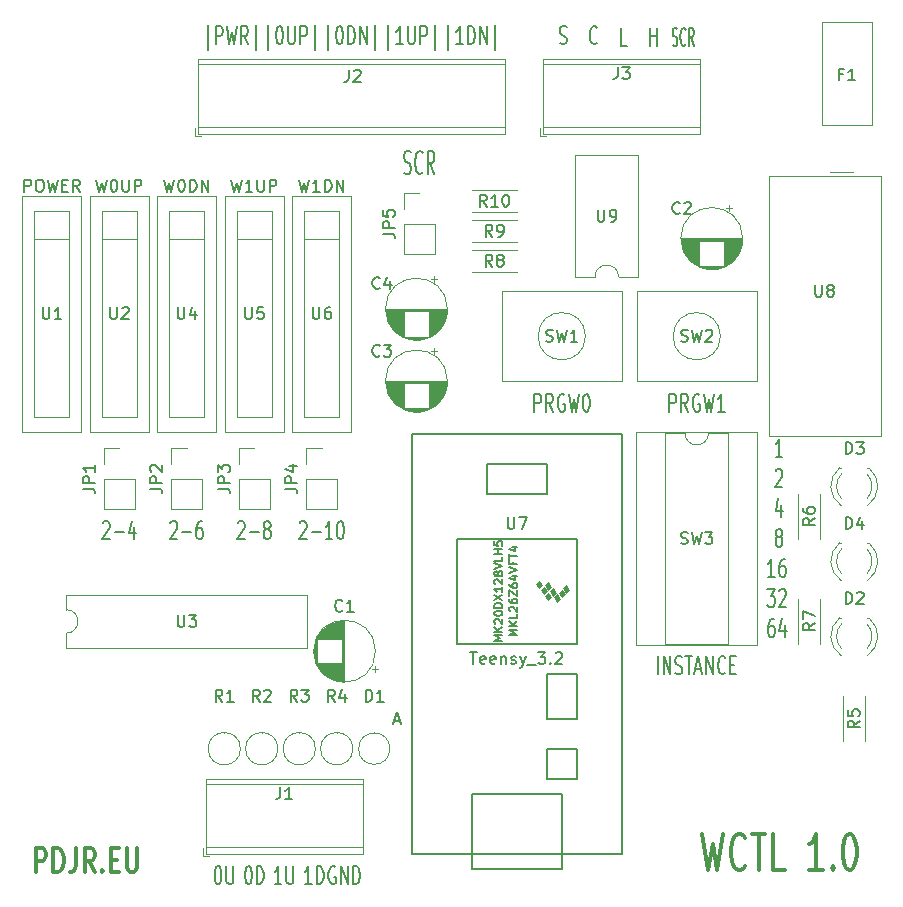
<source format=gto>
G04 #@! TF.GenerationSoftware,KiCad,Pcbnew,5.1.5-1.fc31*
G04 #@! TF.CreationDate,2020-09-15T14:47:54+01:00*
G04 #@! TF.ProjectId,modctl-v1.0,6d6f6463-746c-42d7-9631-2e302e6b6963,rev?*
G04 #@! TF.SameCoordinates,Original*
G04 #@! TF.FileFunction,Legend,Top*
G04 #@! TF.FilePolarity,Positive*
%FSLAX46Y46*%
G04 Gerber Fmt 4.6, Leading zero omitted, Abs format (unit mm)*
G04 Created by KiCad (PCBNEW 5.1.5-1.fc31) date 2020-09-15 14:47:54*
%MOMM*%
%LPD*%
G04 APERTURE LIST*
%ADD10C,0.175000*%
%ADD11C,0.300000*%
%ADD12C,0.200000*%
%ADD13C,0.120000*%
%ADD14C,0.100000*%
%ADD15C,0.150000*%
G04 APERTURE END LIST*
D10*
X36692000Y-17879142D02*
X36792000Y-17950571D01*
X36958666Y-17950571D01*
X37025333Y-17879142D01*
X37058666Y-17807714D01*
X37092000Y-17664857D01*
X37092000Y-17522000D01*
X37058666Y-17379142D01*
X37025333Y-17307714D01*
X36958666Y-17236285D01*
X36825333Y-17164857D01*
X36758666Y-17093428D01*
X36725333Y-17022000D01*
X36692000Y-16879142D01*
X36692000Y-16736285D01*
X36725333Y-16593428D01*
X36758666Y-16522000D01*
X36825333Y-16450571D01*
X36992000Y-16450571D01*
X37092000Y-16522000D01*
X37792000Y-17807714D02*
X37758666Y-17879142D01*
X37658666Y-17950571D01*
X37592000Y-17950571D01*
X37492000Y-17879142D01*
X37425333Y-17736285D01*
X37392000Y-17593428D01*
X37358666Y-17307714D01*
X37358666Y-17093428D01*
X37392000Y-16807714D01*
X37425333Y-16664857D01*
X37492000Y-16522000D01*
X37592000Y-16450571D01*
X37658666Y-16450571D01*
X37758666Y-16522000D01*
X37792000Y-16593428D01*
X38492000Y-17950571D02*
X38258666Y-17236285D01*
X38092000Y-17950571D02*
X38092000Y-16450571D01*
X38358666Y-16450571D01*
X38425333Y-16522000D01*
X38458666Y-16593428D01*
X38492000Y-16736285D01*
X38492000Y-16950571D01*
X38458666Y-17093428D01*
X38425333Y-17164857D01*
X38358666Y-17236285D01*
X38092000Y-17236285D01*
D11*
X-17227857Y-87899761D02*
X-17227857Y-85899761D01*
X-16656428Y-85899761D01*
X-16513571Y-85995000D01*
X-16442142Y-86090238D01*
X-16370714Y-86280714D01*
X-16370714Y-86566428D01*
X-16442142Y-86756904D01*
X-16513571Y-86852142D01*
X-16656428Y-86947380D01*
X-17227857Y-86947380D01*
X-15727857Y-87899761D02*
X-15727857Y-85899761D01*
X-15370714Y-85899761D01*
X-15156428Y-85995000D01*
X-15013571Y-86185476D01*
X-14942142Y-86375952D01*
X-14870714Y-86756904D01*
X-14870714Y-87042619D01*
X-14942142Y-87423571D01*
X-15013571Y-87614047D01*
X-15156428Y-87804523D01*
X-15370714Y-87899761D01*
X-15727857Y-87899761D01*
X-13799285Y-85899761D02*
X-13799285Y-87328333D01*
X-13870714Y-87614047D01*
X-14013571Y-87804523D01*
X-14227857Y-87899761D01*
X-14370714Y-87899761D01*
X-12227857Y-87899761D02*
X-12727857Y-86947380D01*
X-13085000Y-87899761D02*
X-13085000Y-85899761D01*
X-12513571Y-85899761D01*
X-12370714Y-85995000D01*
X-12299285Y-86090238D01*
X-12227857Y-86280714D01*
X-12227857Y-86566428D01*
X-12299285Y-86756904D01*
X-12370714Y-86852142D01*
X-12513571Y-86947380D01*
X-13085000Y-86947380D01*
X-11585000Y-87709285D02*
X-11513571Y-87804523D01*
X-11585000Y-87899761D01*
X-11656428Y-87804523D01*
X-11585000Y-87709285D01*
X-11585000Y-87899761D01*
X-10870714Y-86852142D02*
X-10370714Y-86852142D01*
X-10156428Y-87899761D02*
X-10870714Y-87899761D01*
X-10870714Y-85899761D01*
X-10156428Y-85899761D01*
X-9513571Y-85899761D02*
X-9513571Y-87518809D01*
X-9442142Y-87709285D01*
X-9370714Y-87804523D01*
X-9227857Y-87899761D01*
X-8942142Y-87899761D01*
X-8799285Y-87804523D01*
X-8727857Y-87709285D01*
X-8656428Y-87518809D01*
X-8656428Y-85899761D01*
X39215714Y-84717142D02*
X39691904Y-87717142D01*
X40072857Y-85574285D01*
X40453809Y-87717142D01*
X40930000Y-84717142D01*
X42834761Y-87431428D02*
X42739523Y-87574285D01*
X42453809Y-87717142D01*
X42263333Y-87717142D01*
X41977619Y-87574285D01*
X41787142Y-87288571D01*
X41691904Y-87002857D01*
X41596666Y-86431428D01*
X41596666Y-86002857D01*
X41691904Y-85431428D01*
X41787142Y-85145714D01*
X41977619Y-84860000D01*
X42263333Y-84717142D01*
X42453809Y-84717142D01*
X42739523Y-84860000D01*
X42834761Y-85002857D01*
X43406190Y-84717142D02*
X44549047Y-84717142D01*
X43977619Y-87717142D02*
X43977619Y-84717142D01*
X46168095Y-87717142D02*
X45215714Y-87717142D01*
X45215714Y-84717142D01*
X49406190Y-87717142D02*
X48263333Y-87717142D01*
X48834761Y-87717142D02*
X48834761Y-84717142D01*
X48644285Y-85145714D01*
X48453809Y-85431428D01*
X48263333Y-85574285D01*
X50263333Y-87431428D02*
X50358571Y-87574285D01*
X50263333Y-87717142D01*
X50168095Y-87574285D01*
X50263333Y-87431428D01*
X50263333Y-87717142D01*
X51596666Y-84717142D02*
X51787142Y-84717142D01*
X51977619Y-84860000D01*
X52072857Y-85002857D01*
X52168095Y-85288571D01*
X52263333Y-85860000D01*
X52263333Y-86574285D01*
X52168095Y-87145714D01*
X52072857Y-87431428D01*
X51977619Y-87574285D01*
X51787142Y-87717142D01*
X51596666Y-87717142D01*
X51406190Y-87574285D01*
X51310952Y-87431428D01*
X51215714Y-87145714D01*
X51120476Y-86574285D01*
X51120476Y-85860000D01*
X51215714Y-85288571D01*
X51310952Y-85002857D01*
X51406190Y-84860000D01*
X51596666Y-84717142D01*
D12*
X6135714Y-88943571D02*
X5564285Y-88943571D01*
X5850000Y-88943571D02*
X5850000Y-87443571D01*
X5754761Y-87657857D01*
X5659523Y-87800714D01*
X5564285Y-87872142D01*
X6564285Y-88943571D02*
X6564285Y-87443571D01*
X6802380Y-87443571D01*
X6945238Y-87515000D01*
X7040476Y-87657857D01*
X7088095Y-87800714D01*
X7135714Y-88086428D01*
X7135714Y-88300714D01*
X7088095Y-88586428D01*
X7040476Y-88729285D01*
X6945238Y-88872142D01*
X6802380Y-88943571D01*
X6564285Y-88943571D01*
X3571904Y-88943571D02*
X3000476Y-88943571D01*
X3286190Y-88943571D02*
X3286190Y-87443571D01*
X3190952Y-87657857D01*
X3095714Y-87800714D01*
X3000476Y-87872142D01*
X4000476Y-87443571D02*
X4000476Y-88657857D01*
X4048095Y-88800714D01*
X4095714Y-88872142D01*
X4190952Y-88943571D01*
X4381428Y-88943571D01*
X4476666Y-88872142D01*
X4524285Y-88800714D01*
X4571904Y-88657857D01*
X4571904Y-87443571D01*
X722380Y-87443571D02*
X817619Y-87443571D01*
X912857Y-87515000D01*
X960476Y-87586428D01*
X1008095Y-87729285D01*
X1055714Y-88015000D01*
X1055714Y-88372142D01*
X1008095Y-88657857D01*
X960476Y-88800714D01*
X912857Y-88872142D01*
X817619Y-88943571D01*
X722380Y-88943571D01*
X627142Y-88872142D01*
X579523Y-88800714D01*
X531904Y-88657857D01*
X484285Y-88372142D01*
X484285Y-88015000D01*
X531904Y-87729285D01*
X579523Y-87586428D01*
X627142Y-87515000D01*
X722380Y-87443571D01*
X1484285Y-88943571D02*
X1484285Y-87443571D01*
X1722380Y-87443571D01*
X1865238Y-87515000D01*
X1960476Y-87657857D01*
X2008095Y-87800714D01*
X2055714Y-88086428D01*
X2055714Y-88300714D01*
X2008095Y-88586428D01*
X1960476Y-88729285D01*
X1865238Y-88872142D01*
X1722380Y-88943571D01*
X1484285Y-88943571D01*
X-1841428Y-87443571D02*
X-1746190Y-87443571D01*
X-1650952Y-87515000D01*
X-1603333Y-87586428D01*
X-1555714Y-87729285D01*
X-1508095Y-88015000D01*
X-1508095Y-88372142D01*
X-1555714Y-88657857D01*
X-1603333Y-88800714D01*
X-1650952Y-88872142D01*
X-1746190Y-88943571D01*
X-1841428Y-88943571D01*
X-1936666Y-88872142D01*
X-1984285Y-88800714D01*
X-2031904Y-88657857D01*
X-2079523Y-88372142D01*
X-2079523Y-88015000D01*
X-2031904Y-87729285D01*
X-1984285Y-87586428D01*
X-1936666Y-87515000D01*
X-1841428Y-87443571D01*
X-1079523Y-87443571D02*
X-1079523Y-88657857D01*
X-1031904Y-88800714D01*
X-984285Y-88872142D01*
X-889047Y-88943571D01*
X-698571Y-88943571D01*
X-603333Y-88872142D01*
X-555714Y-88800714D01*
X-508095Y-88657857D01*
X-508095Y-87443571D01*
X8128095Y-87515000D02*
X8032857Y-87443571D01*
X7889999Y-87443571D01*
X7747142Y-87515000D01*
X7651904Y-87657857D01*
X7604285Y-87800714D01*
X7556666Y-88086428D01*
X7556666Y-88300714D01*
X7604285Y-88586428D01*
X7651904Y-88729285D01*
X7747142Y-88872142D01*
X7889999Y-88943571D01*
X7985238Y-88943571D01*
X8128095Y-88872142D01*
X8175714Y-88800714D01*
X8175714Y-88300714D01*
X7985238Y-88300714D01*
X8604285Y-88943571D02*
X8604285Y-87443571D01*
X9175714Y-88943571D01*
X9175714Y-87443571D01*
X9651904Y-88943571D02*
X9651904Y-87443571D01*
X9890000Y-87443571D01*
X10032857Y-87515000D01*
X10128095Y-87657857D01*
X10175714Y-87800714D01*
X10223333Y-88086428D01*
X10223333Y-88300714D01*
X10175714Y-88586428D01*
X10128095Y-88729285D01*
X10032857Y-88872142D01*
X9890000Y-88943571D01*
X9651904Y-88943571D01*
X45246666Y-66488571D02*
X45056190Y-66488571D01*
X44960952Y-66560000D01*
X44913333Y-66631428D01*
X44818095Y-66845714D01*
X44770476Y-67131428D01*
X44770476Y-67702857D01*
X44818095Y-67845714D01*
X44865714Y-67917142D01*
X44960952Y-67988571D01*
X45151428Y-67988571D01*
X45246666Y-67917142D01*
X45294285Y-67845714D01*
X45341904Y-67702857D01*
X45341904Y-67345714D01*
X45294285Y-67202857D01*
X45246666Y-67131428D01*
X45151428Y-67060000D01*
X44960952Y-67060000D01*
X44865714Y-67131428D01*
X44818095Y-67202857D01*
X44770476Y-67345714D01*
X46199047Y-66988571D02*
X46199047Y-67988571D01*
X45960952Y-66417142D02*
X45722857Y-67488571D01*
X46341904Y-67488571D01*
X44722857Y-63948571D02*
X45341904Y-63948571D01*
X45008571Y-64520000D01*
X45151428Y-64520000D01*
X45246666Y-64591428D01*
X45294285Y-64662857D01*
X45341904Y-64805714D01*
X45341904Y-65162857D01*
X45294285Y-65305714D01*
X45246666Y-65377142D01*
X45151428Y-65448571D01*
X44865714Y-65448571D01*
X44770476Y-65377142D01*
X44722857Y-65305714D01*
X45722857Y-64091428D02*
X45770476Y-64020000D01*
X45865714Y-63948571D01*
X46103809Y-63948571D01*
X46199047Y-64020000D01*
X46246666Y-64091428D01*
X46294285Y-64234285D01*
X46294285Y-64377142D01*
X46246666Y-64591428D01*
X45675238Y-65448571D01*
X46294285Y-65448571D01*
X45341904Y-62908571D02*
X44770476Y-62908571D01*
X45056190Y-62908571D02*
X45056190Y-61408571D01*
X44960952Y-61622857D01*
X44865714Y-61765714D01*
X44770476Y-61837142D01*
X46199047Y-61408571D02*
X46008571Y-61408571D01*
X45913333Y-61480000D01*
X45865714Y-61551428D01*
X45770476Y-61765714D01*
X45722857Y-62051428D01*
X45722857Y-62622857D01*
X45770476Y-62765714D01*
X45818095Y-62837142D01*
X45913333Y-62908571D01*
X46103809Y-62908571D01*
X46199047Y-62837142D01*
X46246666Y-62765714D01*
X46294285Y-62622857D01*
X46294285Y-62265714D01*
X46246666Y-62122857D01*
X46199047Y-62051428D01*
X46103809Y-61980000D01*
X45913333Y-61980000D01*
X45818095Y-62051428D01*
X45770476Y-62122857D01*
X45722857Y-62265714D01*
X45595952Y-59511428D02*
X45500714Y-59440000D01*
X45453095Y-59368571D01*
X45405476Y-59225714D01*
X45405476Y-59154285D01*
X45453095Y-59011428D01*
X45500714Y-58940000D01*
X45595952Y-58868571D01*
X45786428Y-58868571D01*
X45881666Y-58940000D01*
X45929285Y-59011428D01*
X45976904Y-59154285D01*
X45976904Y-59225714D01*
X45929285Y-59368571D01*
X45881666Y-59440000D01*
X45786428Y-59511428D01*
X45595952Y-59511428D01*
X45500714Y-59582857D01*
X45453095Y-59654285D01*
X45405476Y-59797142D01*
X45405476Y-60082857D01*
X45453095Y-60225714D01*
X45500714Y-60297142D01*
X45595952Y-60368571D01*
X45786428Y-60368571D01*
X45881666Y-60297142D01*
X45929285Y-60225714D01*
X45976904Y-60082857D01*
X45976904Y-59797142D01*
X45929285Y-59654285D01*
X45881666Y-59582857D01*
X45786428Y-59511428D01*
X45881666Y-56828571D02*
X45881666Y-57828571D01*
X45643571Y-56257142D02*
X45405476Y-57328571D01*
X46024523Y-57328571D01*
X45405476Y-53931428D02*
X45453095Y-53860000D01*
X45548333Y-53788571D01*
X45786428Y-53788571D01*
X45881666Y-53860000D01*
X45929285Y-53931428D01*
X45976904Y-54074285D01*
X45976904Y-54217142D01*
X45929285Y-54431428D01*
X45357857Y-55288571D01*
X45976904Y-55288571D01*
X45976904Y-52748571D02*
X45405476Y-52748571D01*
X45691190Y-52748571D02*
X45691190Y-51248571D01*
X45595952Y-51462857D01*
X45500714Y-51605714D01*
X45405476Y-51677142D01*
X32821523Y-17950571D02*
X32345333Y-17950571D01*
X32345333Y-16450571D01*
X34766285Y-17950571D02*
X34766285Y-16450571D01*
X34766285Y-17164857D02*
X35337714Y-17164857D01*
X35337714Y-17950571D02*
X35337714Y-16450571D01*
X30281523Y-17680714D02*
X30233904Y-17752142D01*
X30091047Y-17823571D01*
X29995809Y-17823571D01*
X29852952Y-17752142D01*
X29757714Y-17609285D01*
X29710095Y-17466428D01*
X29662476Y-17180714D01*
X29662476Y-16966428D01*
X29710095Y-16680714D01*
X29757714Y-16537857D01*
X29852952Y-16395000D01*
X29995809Y-16323571D01*
X30091047Y-16323571D01*
X30233904Y-16395000D01*
X30281523Y-16466428D01*
X27146285Y-17752142D02*
X27289142Y-17823571D01*
X27527238Y-17823571D01*
X27622476Y-17752142D01*
X27670095Y-17680714D01*
X27717714Y-17537857D01*
X27717714Y-17395000D01*
X27670095Y-17252142D01*
X27622476Y-17180714D01*
X27527238Y-17109285D01*
X27336761Y-17037857D01*
X27241523Y-16966428D01*
X27193904Y-16895000D01*
X27146285Y-16752142D01*
X27146285Y-16609285D01*
X27193904Y-16466428D01*
X27241523Y-16395000D01*
X27336761Y-16323571D01*
X27574857Y-16323571D01*
X27717714Y-16395000D01*
X17708809Y-18323571D02*
X17708809Y-16180714D01*
X18946904Y-17823571D02*
X18375476Y-17823571D01*
X18661190Y-17823571D02*
X18661190Y-16323571D01*
X18565952Y-16537857D01*
X18470714Y-16680714D01*
X18375476Y-16752142D01*
X19375476Y-17823571D02*
X19375476Y-16323571D01*
X19613571Y-16323571D01*
X19756428Y-16395000D01*
X19851666Y-16537857D01*
X19899285Y-16680714D01*
X19946904Y-16966428D01*
X19946904Y-17180714D01*
X19899285Y-17466428D01*
X19851666Y-17609285D01*
X19756428Y-17752142D01*
X19613571Y-17823571D01*
X19375476Y-17823571D01*
X20375476Y-17823571D02*
X20375476Y-16323571D01*
X20946904Y-17823571D01*
X20946904Y-16323571D01*
X21661190Y-18323571D02*
X21661190Y-16180714D01*
X12628809Y-18323571D02*
X12628809Y-16180714D01*
X13866904Y-17823571D02*
X13295476Y-17823571D01*
X13581190Y-17823571D02*
X13581190Y-16323571D01*
X13485952Y-16537857D01*
X13390714Y-16680714D01*
X13295476Y-16752142D01*
X14295476Y-16323571D02*
X14295476Y-17537857D01*
X14343095Y-17680714D01*
X14390714Y-17752142D01*
X14485952Y-17823571D01*
X14676428Y-17823571D01*
X14771666Y-17752142D01*
X14819285Y-17680714D01*
X14866904Y-17537857D01*
X14866904Y-16323571D01*
X15343095Y-17823571D02*
X15343095Y-16323571D01*
X15724047Y-16323571D01*
X15819285Y-16395000D01*
X15866904Y-16466428D01*
X15914523Y-16609285D01*
X15914523Y-16823571D01*
X15866904Y-16966428D01*
X15819285Y-17037857D01*
X15724047Y-17109285D01*
X15343095Y-17109285D01*
X16581190Y-18323571D02*
X16581190Y-16180714D01*
X7548809Y-18323571D02*
X7548809Y-16180714D01*
X8453571Y-16323571D02*
X8548809Y-16323571D01*
X8644047Y-16395000D01*
X8691666Y-16466428D01*
X8739285Y-16609285D01*
X8786904Y-16895000D01*
X8786904Y-17252142D01*
X8739285Y-17537857D01*
X8691666Y-17680714D01*
X8644047Y-17752142D01*
X8548809Y-17823571D01*
X8453571Y-17823571D01*
X8358333Y-17752142D01*
X8310714Y-17680714D01*
X8263095Y-17537857D01*
X8215476Y-17252142D01*
X8215476Y-16895000D01*
X8263095Y-16609285D01*
X8310714Y-16466428D01*
X8358333Y-16395000D01*
X8453571Y-16323571D01*
X9215476Y-17823571D02*
X9215476Y-16323571D01*
X9453571Y-16323571D01*
X9596428Y-16395000D01*
X9691666Y-16537857D01*
X9739285Y-16680714D01*
X9786904Y-16966428D01*
X9786904Y-17180714D01*
X9739285Y-17466428D01*
X9691666Y-17609285D01*
X9596428Y-17752142D01*
X9453571Y-17823571D01*
X9215476Y-17823571D01*
X10215476Y-17823571D02*
X10215476Y-16323571D01*
X10786904Y-17823571D01*
X10786904Y-16323571D01*
X11501190Y-18323571D02*
X11501190Y-16180714D01*
X2468809Y-18323571D02*
X2468809Y-16180714D01*
X3373571Y-16323571D02*
X3468809Y-16323571D01*
X3564047Y-16395000D01*
X3611666Y-16466428D01*
X3659285Y-16609285D01*
X3706904Y-16895000D01*
X3706904Y-17252142D01*
X3659285Y-17537857D01*
X3611666Y-17680714D01*
X3564047Y-17752142D01*
X3468809Y-17823571D01*
X3373571Y-17823571D01*
X3278333Y-17752142D01*
X3230714Y-17680714D01*
X3183095Y-17537857D01*
X3135476Y-17252142D01*
X3135476Y-16895000D01*
X3183095Y-16609285D01*
X3230714Y-16466428D01*
X3278333Y-16395000D01*
X3373571Y-16323571D01*
X4135476Y-16323571D02*
X4135476Y-17537857D01*
X4183095Y-17680714D01*
X4230714Y-17752142D01*
X4325952Y-17823571D01*
X4516428Y-17823571D01*
X4611666Y-17752142D01*
X4659285Y-17680714D01*
X4706904Y-17537857D01*
X4706904Y-16323571D01*
X5183095Y-17823571D02*
X5183095Y-16323571D01*
X5564047Y-16323571D01*
X5659285Y-16395000D01*
X5706904Y-16466428D01*
X5754523Y-16609285D01*
X5754523Y-16823571D01*
X5706904Y-16966428D01*
X5659285Y-17037857D01*
X5564047Y-17109285D01*
X5183095Y-17109285D01*
X6421190Y-18323571D02*
X6421190Y-16180714D01*
X-2682619Y-18323571D02*
X-2682619Y-16180714D01*
X-1968333Y-17823571D02*
X-1968333Y-16323571D01*
X-1587380Y-16323571D01*
X-1492142Y-16395000D01*
X-1444523Y-16466428D01*
X-1396904Y-16609285D01*
X-1396904Y-16823571D01*
X-1444523Y-16966428D01*
X-1492142Y-17037857D01*
X-1587380Y-17109285D01*
X-1968333Y-17109285D01*
X-1063571Y-16323571D02*
X-825476Y-17823571D01*
X-635000Y-16752142D01*
X-444523Y-17823571D01*
X-206428Y-16323571D01*
X745952Y-17823571D02*
X412619Y-17109285D01*
X174523Y-17823571D02*
X174523Y-16323571D01*
X555476Y-16323571D01*
X650714Y-16395000D01*
X698333Y-16466428D01*
X745952Y-16609285D01*
X745952Y-16823571D01*
X698333Y-16966428D01*
X650714Y-17037857D01*
X555476Y-17109285D01*
X174523Y-17109285D01*
X1412619Y-18323571D02*
X1412619Y-16180714D01*
D13*
X13910000Y-30420000D02*
X15240000Y-30420000D01*
X13910000Y-31750000D02*
X13910000Y-30420000D01*
X13910000Y-33020000D02*
X16570000Y-33020000D01*
X16570000Y-33020000D02*
X16570000Y-35620000D01*
X13910000Y-33020000D02*
X13910000Y-35620000D01*
X13910000Y-35620000D02*
X16570000Y-35620000D01*
X25505000Y-25625000D02*
X26005000Y-25625000D01*
X25505000Y-24885000D02*
X25505000Y-25625000D01*
X39025000Y-19065000D02*
X39025000Y-25385000D01*
X25745000Y-19065000D02*
X25745000Y-25385000D01*
X25745000Y-25385000D02*
X39025000Y-25385000D01*
X25745000Y-19065000D02*
X39025000Y-19065000D01*
X25745000Y-19525000D02*
X39025000Y-19525000D01*
X25745000Y-24825000D02*
X39025000Y-24825000D01*
X-11490000Y-52010000D02*
X-10160000Y-52010000D01*
X-11490000Y-53340000D02*
X-11490000Y-52010000D01*
X-11490000Y-54610000D02*
X-8830000Y-54610000D01*
X-8830000Y-54610000D02*
X-8830000Y-57210000D01*
X-11490000Y-54610000D02*
X-11490000Y-57210000D01*
X-11490000Y-57210000D02*
X-8830000Y-57210000D01*
X-60000Y-52010000D02*
X1270000Y-52010000D01*
X-60000Y-53340000D02*
X-60000Y-52010000D01*
X-60000Y-54610000D02*
X2600000Y-54610000D01*
X2600000Y-54610000D02*
X2600000Y-57210000D01*
X-60000Y-54610000D02*
X-60000Y-57210000D01*
X-60000Y-57210000D02*
X2600000Y-57210000D01*
X-5775000Y-52010000D02*
X-4445000Y-52010000D01*
X-5775000Y-53340000D02*
X-5775000Y-52010000D01*
X-5775000Y-54610000D02*
X-3115000Y-54610000D01*
X-3115000Y-54610000D02*
X-3115000Y-57210000D01*
X-5775000Y-54610000D02*
X-5775000Y-57210000D01*
X-5775000Y-57210000D02*
X-3115000Y-57210000D01*
X5655000Y-52010000D02*
X6985000Y-52010000D01*
X5655000Y-53340000D02*
X5655000Y-52010000D01*
X5655000Y-54610000D02*
X8315000Y-54610000D01*
X8315000Y-54610000D02*
X8315000Y-57210000D01*
X5655000Y-54610000D02*
X5655000Y-57210000D01*
X5655000Y-57210000D02*
X8315000Y-57210000D01*
X19670000Y-37115000D02*
X23510000Y-37115000D01*
X19670000Y-35275000D02*
X23510000Y-35275000D01*
X43875000Y-50680000D02*
X33595000Y-50680000D01*
X43875000Y-68700000D02*
X43875000Y-50680000D01*
X33595000Y-68700000D02*
X43875000Y-68700000D01*
X33595000Y-50680000D02*
X33595000Y-68700000D01*
X41385000Y-50740000D02*
X39735000Y-50740000D01*
X41385000Y-68640000D02*
X41385000Y-50740000D01*
X36085000Y-68640000D02*
X41385000Y-68640000D01*
X36085000Y-50740000D02*
X36085000Y-68640000D01*
X37735000Y-50740000D02*
X36085000Y-50740000D01*
X39735000Y-50740000D02*
G75*
G02X37735000Y-50740000I-1000000J0D01*
G01*
X11430000Y-76143629D02*
X11430000Y-76030000D01*
X12756371Y-77470000D02*
G75*
G03X12756371Y-77470000I-1326371J0D01*
G01*
X4485000Y-30640000D02*
X6985000Y-30640000D01*
X4485000Y-50640000D02*
X4485000Y-30640000D01*
X9485000Y-50640000D02*
X4485000Y-50640000D01*
X9485000Y-30640000D02*
X9485000Y-50640000D01*
X6985000Y-30640000D02*
X9485000Y-30640000D01*
X8485000Y-34290000D02*
X5485000Y-34290000D01*
X5485000Y-31920000D02*
X8485000Y-31920000D01*
X5485000Y-49360000D02*
X5485000Y-31920000D01*
X8485000Y-49360000D02*
X5485000Y-49360000D01*
X8485000Y-31920000D02*
X8485000Y-49360000D01*
X-1230000Y-30640000D02*
X1270000Y-30640000D01*
X-1230000Y-50640000D02*
X-1230000Y-30640000D01*
X3770000Y-50640000D02*
X-1230000Y-50640000D01*
X3770000Y-30640000D02*
X3770000Y-50640000D01*
X1270000Y-30640000D02*
X3770000Y-30640000D01*
X2770000Y-34290000D02*
X-230000Y-34290000D01*
X-230000Y-31920000D02*
X2770000Y-31920000D01*
X-230000Y-49360000D02*
X-230000Y-31920000D01*
X2770000Y-49360000D02*
X-230000Y-49360000D01*
X2770000Y-31920000D02*
X2770000Y-49360000D01*
X-6945000Y-30640000D02*
X-4445000Y-30640000D01*
X-6945000Y-50640000D02*
X-6945000Y-30640000D01*
X-1945000Y-50640000D02*
X-6945000Y-50640000D01*
X-1945000Y-30640000D02*
X-1945000Y-50640000D01*
X-4445000Y-30640000D02*
X-1945000Y-30640000D01*
X-2945000Y-34290000D02*
X-5945000Y-34290000D01*
X-5945000Y-31920000D02*
X-2945000Y-31920000D01*
X-5945000Y-49360000D02*
X-5945000Y-31920000D01*
X-2945000Y-49360000D02*
X-5945000Y-49360000D01*
X-2945000Y-31920000D02*
X-2945000Y-49360000D01*
X-12660000Y-30640000D02*
X-10160000Y-30640000D01*
X-12660000Y-50640000D02*
X-12660000Y-30640000D01*
X-7660000Y-50640000D02*
X-12660000Y-50640000D01*
X-7660000Y-30640000D02*
X-7660000Y-50640000D01*
X-10160000Y-30640000D02*
X-7660000Y-30640000D01*
X-8660000Y-34290000D02*
X-11660000Y-34290000D01*
X-11660000Y-31920000D02*
X-8660000Y-31920000D01*
X-11660000Y-49360000D02*
X-11660000Y-31920000D01*
X-8660000Y-49360000D02*
X-11660000Y-49360000D01*
X-8660000Y-31920000D02*
X-8660000Y-49360000D01*
X-18375000Y-30640000D02*
X-15875000Y-30640000D01*
X-18375000Y-50640000D02*
X-18375000Y-30640000D01*
X-13375000Y-50640000D02*
X-18375000Y-50640000D01*
X-13375000Y-30640000D02*
X-13375000Y-50640000D01*
X-15875000Y-30640000D02*
X-13375000Y-30640000D01*
X-14375000Y-34290000D02*
X-17375000Y-34290000D01*
X-17375000Y-31920000D02*
X-14375000Y-31920000D01*
X-17375000Y-49360000D02*
X-17375000Y-31920000D01*
X-14375000Y-49360000D02*
X-17375000Y-49360000D01*
X-14375000Y-31920000D02*
X-14375000Y-49360000D01*
D14*
G36*
X26416000Y-63754000D02*
G01*
X26162000Y-64008000D01*
X25908000Y-63627000D01*
X26162000Y-63373000D01*
X26416000Y-63754000D01*
G37*
X26416000Y-63754000D02*
X26162000Y-64008000D01*
X25908000Y-63627000D01*
X26162000Y-63373000D01*
X26416000Y-63754000D01*
G36*
X27178000Y-64770000D02*
G01*
X26924000Y-65024000D01*
X26670000Y-64643000D01*
X26924000Y-64389000D01*
X27178000Y-64770000D01*
G37*
X27178000Y-64770000D02*
X26924000Y-65024000D01*
X26670000Y-64643000D01*
X26924000Y-64389000D01*
X27178000Y-64770000D01*
G36*
X27940000Y-64008000D02*
G01*
X27686000Y-64262000D01*
X27432000Y-63881000D01*
X27686000Y-63627000D01*
X27940000Y-64008000D01*
G37*
X27940000Y-64008000D02*
X27686000Y-64262000D01*
X27432000Y-63881000D01*
X27686000Y-63627000D01*
X27940000Y-64008000D01*
G36*
X26035000Y-64135000D02*
G01*
X25781000Y-64389000D01*
X25527000Y-64008000D01*
X25781000Y-63754000D01*
X26035000Y-64135000D01*
G37*
X26035000Y-64135000D02*
X25781000Y-64389000D01*
X25527000Y-64008000D01*
X25781000Y-63754000D01*
X26035000Y-64135000D01*
G36*
X27559000Y-64389000D02*
G01*
X27305000Y-64643000D01*
X27051000Y-64262000D01*
X27305000Y-64008000D01*
X27559000Y-64389000D01*
G37*
X27559000Y-64389000D02*
X27305000Y-64643000D01*
X27051000Y-64262000D01*
X27305000Y-64008000D01*
X27559000Y-64389000D01*
G36*
X25654000Y-63627000D02*
G01*
X25400000Y-63881000D01*
X25146000Y-63500000D01*
X25400000Y-63246000D01*
X25654000Y-63627000D01*
G37*
X25654000Y-63627000D02*
X25400000Y-63881000D01*
X25146000Y-63500000D01*
X25400000Y-63246000D01*
X25654000Y-63627000D01*
G36*
X26797000Y-64262000D02*
G01*
X26543000Y-64516000D01*
X26289000Y-64135000D01*
X26543000Y-63881000D01*
X26797000Y-64262000D01*
G37*
X26797000Y-64262000D02*
X26543000Y-64516000D01*
X26289000Y-64135000D01*
X26543000Y-63881000D01*
X26797000Y-64262000D01*
G36*
X26416000Y-64643000D02*
G01*
X26162000Y-64897000D01*
X25908000Y-64516000D01*
X26162000Y-64262000D01*
X26416000Y-64643000D01*
G37*
X26416000Y-64643000D02*
X26162000Y-64897000D01*
X25908000Y-64516000D01*
X26162000Y-64262000D01*
X26416000Y-64643000D01*
D15*
X32385000Y-86360000D02*
X14605000Y-86360000D01*
X32385000Y-50800000D02*
X32385000Y-86360000D01*
X14605000Y-50800000D02*
X32385000Y-50800000D01*
X14605000Y-86360000D02*
X14605000Y-50800000D01*
X28575000Y-59690000D02*
X28575000Y-68580000D01*
X18415000Y-59690000D02*
X18415000Y-68580000D01*
X18415000Y-68580000D02*
X28575000Y-68580000D01*
X28575000Y-59690000D02*
X18415000Y-59690000D01*
X20955000Y-55880000D02*
X20955000Y-53340000D01*
X26035000Y-55880000D02*
X20955000Y-55880000D01*
X26035000Y-53340000D02*
X26035000Y-55880000D01*
X20955000Y-53340000D02*
X26035000Y-53340000D01*
X26035000Y-80010000D02*
X28575000Y-80010000D01*
X26035000Y-77470000D02*
X26035000Y-80010000D01*
X28575000Y-77470000D02*
X26035000Y-77470000D01*
X28575000Y-80010000D02*
X28575000Y-77470000D01*
X27305000Y-81280000D02*
X27305000Y-86360000D01*
X19685000Y-81280000D02*
X19685000Y-86360000D01*
X27305000Y-81280000D02*
X19685000Y-81280000D01*
X26035000Y-74930000D02*
X28575000Y-74930000D01*
X26035000Y-71120000D02*
X26035000Y-74930000D01*
X28575000Y-71120000D02*
X26035000Y-71120000D01*
X28575000Y-74930000D02*
X28575000Y-71120000D01*
X19685000Y-87630000D02*
X19685000Y-86360000D01*
X27305000Y-87630000D02*
X19685000Y-87630000D01*
X27305000Y-86360000D02*
X27305000Y-87630000D01*
D13*
X52000000Y-28615000D02*
X50000000Y-28615000D01*
X54320000Y-28995000D02*
X54320000Y-51035000D01*
X54320000Y-51035000D02*
X44880000Y-51035000D01*
X44880000Y-51035000D02*
X44880000Y-28995000D01*
X44880000Y-28995000D02*
X54320000Y-28995000D01*
X47340000Y-64755000D02*
X47340000Y-68595000D01*
X49180000Y-64755000D02*
X49180000Y-68595000D01*
X47340000Y-55865000D02*
X47340000Y-59705000D01*
X49180000Y-55865000D02*
X49180000Y-59705000D01*
X50990000Y-60035000D02*
X50834000Y-60035000D01*
X53306000Y-60035000D02*
X53150000Y-60035000D01*
X50990163Y-62636130D02*
G75*
G02X50990000Y-60554039I1079837J1041130D01*
G01*
X53149837Y-62636130D02*
G75*
G03X53150000Y-60554039I-1079837J1041130D01*
G01*
X50991392Y-63267335D02*
G75*
G02X50834484Y-60035000I1078608J1672335D01*
G01*
X53148608Y-63267335D02*
G75*
G03X53305516Y-60035000I-1078608J1672335D01*
G01*
X50990000Y-53685000D02*
X50834000Y-53685000D01*
X53306000Y-53685000D02*
X53150000Y-53685000D01*
X50990163Y-56286130D02*
G75*
G02X50990000Y-54204039I1079837J1041130D01*
G01*
X53149837Y-56286130D02*
G75*
G03X53150000Y-54204039I-1079837J1041130D01*
G01*
X50991392Y-56917335D02*
G75*
G02X50834484Y-53685000I1078608J1672335D01*
G01*
X53148608Y-56917335D02*
G75*
G03X53305516Y-53685000I-1078608J1672335D01*
G01*
X51150000Y-73010000D02*
X51150000Y-76850000D01*
X52990000Y-73010000D02*
X52990000Y-76850000D01*
X50990000Y-66385000D02*
X50834000Y-66385000D01*
X53306000Y-66385000D02*
X53150000Y-66385000D01*
X50990163Y-68986130D02*
G75*
G02X50990000Y-66904039I1079837J1041130D01*
G01*
X53149837Y-68986130D02*
G75*
G03X53150000Y-66904039I-1079837J1041130D01*
G01*
X50991392Y-69617335D02*
G75*
G02X50834484Y-66385000I1078608J1672335D01*
G01*
X53148608Y-69617335D02*
G75*
G03X53305516Y-66385000I-1078608J1672335D01*
G01*
X-3705000Y-25625000D02*
X-3205000Y-25625000D01*
X-3705000Y-24885000D02*
X-3705000Y-25625000D01*
X22515000Y-19065000D02*
X22515000Y-25385000D01*
X-3465000Y-19065000D02*
X-3465000Y-25385000D01*
X-3465000Y-25385000D02*
X22515000Y-25385000D01*
X-3465000Y-19065000D02*
X22515000Y-19065000D01*
X-3465000Y-19525000D02*
X22515000Y-19525000D01*
X-3465000Y-24825000D02*
X22515000Y-24825000D01*
X28465000Y-37525000D02*
X30115000Y-37525000D01*
X28465000Y-27245000D02*
X28465000Y-37525000D01*
X33765000Y-27245000D02*
X28465000Y-27245000D01*
X33765000Y-37525000D02*
X33765000Y-27245000D01*
X32115000Y-37525000D02*
X33765000Y-37525000D01*
X30115000Y-37525000D02*
G75*
G02X32115000Y-37525000I1000000J0D01*
G01*
X-14665000Y-64440000D02*
X-14665000Y-65690000D01*
X5775000Y-64440000D02*
X-14665000Y-64440000D01*
X5775000Y-68940000D02*
X5775000Y-64440000D01*
X-14665000Y-68940000D02*
X5775000Y-68940000D01*
X-14665000Y-67690000D02*
X-14665000Y-68940000D01*
X-14665000Y-65690000D02*
G75*
G02X-14665000Y-67690000I0J-1000000D01*
G01*
X40735000Y-42545000D02*
G75*
G03X40735000Y-42545000I-2000000J0D01*
G01*
X43815000Y-46355000D02*
X43815000Y-38735000D01*
X33655000Y-46355000D02*
X43815000Y-46355000D01*
X33655000Y-46355000D02*
X33655000Y-38735000D01*
X43815000Y-38735000D02*
X33655000Y-38735000D01*
X29305000Y-42545000D02*
G75*
G03X29305000Y-42545000I-2000000J0D01*
G01*
X32385000Y-46355000D02*
X32385000Y-38735000D01*
X22225000Y-46355000D02*
X32385000Y-46355000D01*
X22225000Y-46355000D02*
X22225000Y-38735000D01*
X32385000Y-38735000D02*
X22225000Y-38735000D01*
X19670000Y-32035000D02*
X23510000Y-32035000D01*
X19670000Y-30195000D02*
X23510000Y-30195000D01*
X23510000Y-32735000D02*
X19670000Y-32735000D01*
X23510000Y-34575000D02*
X19670000Y-34575000D01*
X8255000Y-76100000D02*
X8255000Y-76030000D01*
X9625000Y-77470000D02*
G75*
G03X9625000Y-77470000I-1370000J0D01*
G01*
X5080000Y-76100000D02*
X5080000Y-76030000D01*
X6450000Y-77470000D02*
G75*
G03X6450000Y-77470000I-1370000J0D01*
G01*
X1905000Y-76100000D02*
X1905000Y-76030000D01*
X3275000Y-77470000D02*
G75*
G03X3275000Y-77470000I-1370000J0D01*
G01*
X-1270000Y-76100000D02*
X-1270000Y-76030000D01*
X100000Y-77470000D02*
G75*
G03X100000Y-77470000I-1370000J0D01*
G01*
X-3070000Y-86585000D02*
X-2570000Y-86585000D01*
X-3070000Y-85845000D02*
X-3070000Y-86585000D01*
X10450000Y-80025000D02*
X10450000Y-86345000D01*
X-2830000Y-80025000D02*
X-2830000Y-86345000D01*
X-2830000Y-86345000D02*
X10450000Y-86345000D01*
X-2830000Y-80025000D02*
X10450000Y-80025000D01*
X-2830000Y-80485000D02*
X10450000Y-80485000D01*
X-2830000Y-85785000D02*
X10450000Y-85785000D01*
X49315000Y-24690000D02*
X49315000Y-15950000D01*
X49315000Y-24690000D02*
X53555000Y-24690000D01*
X53555000Y-15950000D02*
X49315000Y-15950000D01*
X53555000Y-15950000D02*
X53555000Y-24690000D01*
X16725000Y-37695225D02*
X16225000Y-37695225D01*
X16475000Y-37445225D02*
X16475000Y-37945225D01*
X15284000Y-42851000D02*
X14716000Y-42851000D01*
X15518000Y-42811000D02*
X14482000Y-42811000D01*
X15677000Y-42771000D02*
X14323000Y-42771000D01*
X15805000Y-42731000D02*
X14195000Y-42731000D01*
X15915000Y-42691000D02*
X14085000Y-42691000D01*
X16011000Y-42651000D02*
X13989000Y-42651000D01*
X16098000Y-42611000D02*
X13902000Y-42611000D01*
X16178000Y-42571000D02*
X13822000Y-42571000D01*
X13960000Y-42531000D02*
X13749000Y-42531000D01*
X16251000Y-42531000D02*
X16040000Y-42531000D01*
X13960000Y-42491000D02*
X13681000Y-42491000D01*
X16319000Y-42491000D02*
X16040000Y-42491000D01*
X13960000Y-42451000D02*
X13617000Y-42451000D01*
X16383000Y-42451000D02*
X16040000Y-42451000D01*
X13960000Y-42411000D02*
X13557000Y-42411000D01*
X16443000Y-42411000D02*
X16040000Y-42411000D01*
X13960000Y-42371000D02*
X13500000Y-42371000D01*
X16500000Y-42371000D02*
X16040000Y-42371000D01*
X13960000Y-42331000D02*
X13446000Y-42331000D01*
X16554000Y-42331000D02*
X16040000Y-42331000D01*
X13960000Y-42291000D02*
X13395000Y-42291000D01*
X16605000Y-42291000D02*
X16040000Y-42291000D01*
X13960000Y-42251000D02*
X13347000Y-42251000D01*
X16653000Y-42251000D02*
X16040000Y-42251000D01*
X13960000Y-42211000D02*
X13301000Y-42211000D01*
X16699000Y-42211000D02*
X16040000Y-42211000D01*
X13960000Y-42171000D02*
X13257000Y-42171000D01*
X16743000Y-42171000D02*
X16040000Y-42171000D01*
X13960000Y-42131000D02*
X13215000Y-42131000D01*
X16785000Y-42131000D02*
X16040000Y-42131000D01*
X13960000Y-42091000D02*
X13174000Y-42091000D01*
X16826000Y-42091000D02*
X16040000Y-42091000D01*
X13960000Y-42051000D02*
X13136000Y-42051000D01*
X16864000Y-42051000D02*
X16040000Y-42051000D01*
X13960000Y-42011000D02*
X13099000Y-42011000D01*
X16901000Y-42011000D02*
X16040000Y-42011000D01*
X13960000Y-41971000D02*
X13063000Y-41971000D01*
X16937000Y-41971000D02*
X16040000Y-41971000D01*
X13960000Y-41931000D02*
X13029000Y-41931000D01*
X16971000Y-41931000D02*
X16040000Y-41931000D01*
X13960000Y-41891000D02*
X12996000Y-41891000D01*
X17004000Y-41891000D02*
X16040000Y-41891000D01*
X13960000Y-41851000D02*
X12965000Y-41851000D01*
X17035000Y-41851000D02*
X16040000Y-41851000D01*
X13960000Y-41811000D02*
X12935000Y-41811000D01*
X17065000Y-41811000D02*
X16040000Y-41811000D01*
X13960000Y-41771000D02*
X12905000Y-41771000D01*
X17095000Y-41771000D02*
X16040000Y-41771000D01*
X13960000Y-41731000D02*
X12878000Y-41731000D01*
X17122000Y-41731000D02*
X16040000Y-41731000D01*
X13960000Y-41691000D02*
X12851000Y-41691000D01*
X17149000Y-41691000D02*
X16040000Y-41691000D01*
X13960000Y-41651000D02*
X12825000Y-41651000D01*
X17175000Y-41651000D02*
X16040000Y-41651000D01*
X13960000Y-41611000D02*
X12800000Y-41611000D01*
X17200000Y-41611000D02*
X16040000Y-41611000D01*
X13960000Y-41571000D02*
X12776000Y-41571000D01*
X17224000Y-41571000D02*
X16040000Y-41571000D01*
X13960000Y-41531000D02*
X12753000Y-41531000D01*
X17247000Y-41531000D02*
X16040000Y-41531000D01*
X13960000Y-41491000D02*
X12732000Y-41491000D01*
X17268000Y-41491000D02*
X16040000Y-41491000D01*
X13960000Y-41451000D02*
X12710000Y-41451000D01*
X17290000Y-41451000D02*
X16040000Y-41451000D01*
X13960000Y-41411000D02*
X12690000Y-41411000D01*
X17310000Y-41411000D02*
X16040000Y-41411000D01*
X13960000Y-41371000D02*
X12671000Y-41371000D01*
X17329000Y-41371000D02*
X16040000Y-41371000D01*
X13960000Y-41331000D02*
X12652000Y-41331000D01*
X17348000Y-41331000D02*
X16040000Y-41331000D01*
X13960000Y-41291000D02*
X12635000Y-41291000D01*
X17365000Y-41291000D02*
X16040000Y-41291000D01*
X13960000Y-41251000D02*
X12618000Y-41251000D01*
X17382000Y-41251000D02*
X16040000Y-41251000D01*
X13960000Y-41211000D02*
X12602000Y-41211000D01*
X17398000Y-41211000D02*
X16040000Y-41211000D01*
X13960000Y-41171000D02*
X12586000Y-41171000D01*
X17414000Y-41171000D02*
X16040000Y-41171000D01*
X13960000Y-41131000D02*
X12572000Y-41131000D01*
X17428000Y-41131000D02*
X16040000Y-41131000D01*
X13960000Y-41091000D02*
X12558000Y-41091000D01*
X17442000Y-41091000D02*
X16040000Y-41091000D01*
X13960000Y-41051000D02*
X12545000Y-41051000D01*
X17455000Y-41051000D02*
X16040000Y-41051000D01*
X13960000Y-41011000D02*
X12532000Y-41011000D01*
X17468000Y-41011000D02*
X16040000Y-41011000D01*
X13960000Y-40971000D02*
X12520000Y-40971000D01*
X17480000Y-40971000D02*
X16040000Y-40971000D01*
X13960000Y-40930000D02*
X12509000Y-40930000D01*
X17491000Y-40930000D02*
X16040000Y-40930000D01*
X13960000Y-40890000D02*
X12499000Y-40890000D01*
X17501000Y-40890000D02*
X16040000Y-40890000D01*
X13960000Y-40850000D02*
X12489000Y-40850000D01*
X17511000Y-40850000D02*
X16040000Y-40850000D01*
X13960000Y-40810000D02*
X12480000Y-40810000D01*
X17520000Y-40810000D02*
X16040000Y-40810000D01*
X13960000Y-40770000D02*
X12472000Y-40770000D01*
X17528000Y-40770000D02*
X16040000Y-40770000D01*
X13960000Y-40730000D02*
X12464000Y-40730000D01*
X17536000Y-40730000D02*
X16040000Y-40730000D01*
X13960000Y-40690000D02*
X12457000Y-40690000D01*
X17543000Y-40690000D02*
X16040000Y-40690000D01*
X13960000Y-40650000D02*
X12450000Y-40650000D01*
X17550000Y-40650000D02*
X16040000Y-40650000D01*
X13960000Y-40610000D02*
X12444000Y-40610000D01*
X17556000Y-40610000D02*
X16040000Y-40610000D01*
X13960000Y-40570000D02*
X12439000Y-40570000D01*
X17561000Y-40570000D02*
X16040000Y-40570000D01*
X13960000Y-40530000D02*
X12435000Y-40530000D01*
X17565000Y-40530000D02*
X16040000Y-40530000D01*
X13960000Y-40490000D02*
X12431000Y-40490000D01*
X17569000Y-40490000D02*
X16040000Y-40490000D01*
X17573000Y-40450000D02*
X12427000Y-40450000D01*
X17576000Y-40410000D02*
X12424000Y-40410000D01*
X17578000Y-40370000D02*
X12422000Y-40370000D01*
X17579000Y-40330000D02*
X12421000Y-40330000D01*
X17580000Y-40290000D02*
X12420000Y-40290000D01*
X17580000Y-40250000D02*
X12420000Y-40250000D01*
X17620000Y-40250000D02*
G75*
G03X17620000Y-40250000I-2620000J0D01*
G01*
X16725000Y-43780225D02*
X16225000Y-43780225D01*
X16475000Y-43530225D02*
X16475000Y-44030225D01*
X15284000Y-48936000D02*
X14716000Y-48936000D01*
X15518000Y-48896000D02*
X14482000Y-48896000D01*
X15677000Y-48856000D02*
X14323000Y-48856000D01*
X15805000Y-48816000D02*
X14195000Y-48816000D01*
X15915000Y-48776000D02*
X14085000Y-48776000D01*
X16011000Y-48736000D02*
X13989000Y-48736000D01*
X16098000Y-48696000D02*
X13902000Y-48696000D01*
X16178000Y-48656000D02*
X13822000Y-48656000D01*
X13960000Y-48616000D02*
X13749000Y-48616000D01*
X16251000Y-48616000D02*
X16040000Y-48616000D01*
X13960000Y-48576000D02*
X13681000Y-48576000D01*
X16319000Y-48576000D02*
X16040000Y-48576000D01*
X13960000Y-48536000D02*
X13617000Y-48536000D01*
X16383000Y-48536000D02*
X16040000Y-48536000D01*
X13960000Y-48496000D02*
X13557000Y-48496000D01*
X16443000Y-48496000D02*
X16040000Y-48496000D01*
X13960000Y-48456000D02*
X13500000Y-48456000D01*
X16500000Y-48456000D02*
X16040000Y-48456000D01*
X13960000Y-48416000D02*
X13446000Y-48416000D01*
X16554000Y-48416000D02*
X16040000Y-48416000D01*
X13960000Y-48376000D02*
X13395000Y-48376000D01*
X16605000Y-48376000D02*
X16040000Y-48376000D01*
X13960000Y-48336000D02*
X13347000Y-48336000D01*
X16653000Y-48336000D02*
X16040000Y-48336000D01*
X13960000Y-48296000D02*
X13301000Y-48296000D01*
X16699000Y-48296000D02*
X16040000Y-48296000D01*
X13960000Y-48256000D02*
X13257000Y-48256000D01*
X16743000Y-48256000D02*
X16040000Y-48256000D01*
X13960000Y-48216000D02*
X13215000Y-48216000D01*
X16785000Y-48216000D02*
X16040000Y-48216000D01*
X13960000Y-48176000D02*
X13174000Y-48176000D01*
X16826000Y-48176000D02*
X16040000Y-48176000D01*
X13960000Y-48136000D02*
X13136000Y-48136000D01*
X16864000Y-48136000D02*
X16040000Y-48136000D01*
X13960000Y-48096000D02*
X13099000Y-48096000D01*
X16901000Y-48096000D02*
X16040000Y-48096000D01*
X13960000Y-48056000D02*
X13063000Y-48056000D01*
X16937000Y-48056000D02*
X16040000Y-48056000D01*
X13960000Y-48016000D02*
X13029000Y-48016000D01*
X16971000Y-48016000D02*
X16040000Y-48016000D01*
X13960000Y-47976000D02*
X12996000Y-47976000D01*
X17004000Y-47976000D02*
X16040000Y-47976000D01*
X13960000Y-47936000D02*
X12965000Y-47936000D01*
X17035000Y-47936000D02*
X16040000Y-47936000D01*
X13960000Y-47896000D02*
X12935000Y-47896000D01*
X17065000Y-47896000D02*
X16040000Y-47896000D01*
X13960000Y-47856000D02*
X12905000Y-47856000D01*
X17095000Y-47856000D02*
X16040000Y-47856000D01*
X13960000Y-47816000D02*
X12878000Y-47816000D01*
X17122000Y-47816000D02*
X16040000Y-47816000D01*
X13960000Y-47776000D02*
X12851000Y-47776000D01*
X17149000Y-47776000D02*
X16040000Y-47776000D01*
X13960000Y-47736000D02*
X12825000Y-47736000D01*
X17175000Y-47736000D02*
X16040000Y-47736000D01*
X13960000Y-47696000D02*
X12800000Y-47696000D01*
X17200000Y-47696000D02*
X16040000Y-47696000D01*
X13960000Y-47656000D02*
X12776000Y-47656000D01*
X17224000Y-47656000D02*
X16040000Y-47656000D01*
X13960000Y-47616000D02*
X12753000Y-47616000D01*
X17247000Y-47616000D02*
X16040000Y-47616000D01*
X13960000Y-47576000D02*
X12732000Y-47576000D01*
X17268000Y-47576000D02*
X16040000Y-47576000D01*
X13960000Y-47536000D02*
X12710000Y-47536000D01*
X17290000Y-47536000D02*
X16040000Y-47536000D01*
X13960000Y-47496000D02*
X12690000Y-47496000D01*
X17310000Y-47496000D02*
X16040000Y-47496000D01*
X13960000Y-47456000D02*
X12671000Y-47456000D01*
X17329000Y-47456000D02*
X16040000Y-47456000D01*
X13960000Y-47416000D02*
X12652000Y-47416000D01*
X17348000Y-47416000D02*
X16040000Y-47416000D01*
X13960000Y-47376000D02*
X12635000Y-47376000D01*
X17365000Y-47376000D02*
X16040000Y-47376000D01*
X13960000Y-47336000D02*
X12618000Y-47336000D01*
X17382000Y-47336000D02*
X16040000Y-47336000D01*
X13960000Y-47296000D02*
X12602000Y-47296000D01*
X17398000Y-47296000D02*
X16040000Y-47296000D01*
X13960000Y-47256000D02*
X12586000Y-47256000D01*
X17414000Y-47256000D02*
X16040000Y-47256000D01*
X13960000Y-47216000D02*
X12572000Y-47216000D01*
X17428000Y-47216000D02*
X16040000Y-47216000D01*
X13960000Y-47176000D02*
X12558000Y-47176000D01*
X17442000Y-47176000D02*
X16040000Y-47176000D01*
X13960000Y-47136000D02*
X12545000Y-47136000D01*
X17455000Y-47136000D02*
X16040000Y-47136000D01*
X13960000Y-47096000D02*
X12532000Y-47096000D01*
X17468000Y-47096000D02*
X16040000Y-47096000D01*
X13960000Y-47056000D02*
X12520000Y-47056000D01*
X17480000Y-47056000D02*
X16040000Y-47056000D01*
X13960000Y-47015000D02*
X12509000Y-47015000D01*
X17491000Y-47015000D02*
X16040000Y-47015000D01*
X13960000Y-46975000D02*
X12499000Y-46975000D01*
X17501000Y-46975000D02*
X16040000Y-46975000D01*
X13960000Y-46935000D02*
X12489000Y-46935000D01*
X17511000Y-46935000D02*
X16040000Y-46935000D01*
X13960000Y-46895000D02*
X12480000Y-46895000D01*
X17520000Y-46895000D02*
X16040000Y-46895000D01*
X13960000Y-46855000D02*
X12472000Y-46855000D01*
X17528000Y-46855000D02*
X16040000Y-46855000D01*
X13960000Y-46815000D02*
X12464000Y-46815000D01*
X17536000Y-46815000D02*
X16040000Y-46815000D01*
X13960000Y-46775000D02*
X12457000Y-46775000D01*
X17543000Y-46775000D02*
X16040000Y-46775000D01*
X13960000Y-46735000D02*
X12450000Y-46735000D01*
X17550000Y-46735000D02*
X16040000Y-46735000D01*
X13960000Y-46695000D02*
X12444000Y-46695000D01*
X17556000Y-46695000D02*
X16040000Y-46695000D01*
X13960000Y-46655000D02*
X12439000Y-46655000D01*
X17561000Y-46655000D02*
X16040000Y-46655000D01*
X13960000Y-46615000D02*
X12435000Y-46615000D01*
X17565000Y-46615000D02*
X16040000Y-46615000D01*
X13960000Y-46575000D02*
X12431000Y-46575000D01*
X17569000Y-46575000D02*
X16040000Y-46575000D01*
X17573000Y-46535000D02*
X12427000Y-46535000D01*
X17576000Y-46495000D02*
X12424000Y-46495000D01*
X17578000Y-46455000D02*
X12422000Y-46455000D01*
X17579000Y-46415000D02*
X12421000Y-46415000D01*
X17580000Y-46375000D02*
X12420000Y-46375000D01*
X17580000Y-46335000D02*
X12420000Y-46335000D01*
X17620000Y-46335000D02*
G75*
G03X17620000Y-46335000I-2620000J0D01*
G01*
X41730000Y-31715225D02*
X41230000Y-31715225D01*
X41480000Y-31465225D02*
X41480000Y-31965225D01*
X40289000Y-36871000D02*
X39721000Y-36871000D01*
X40523000Y-36831000D02*
X39487000Y-36831000D01*
X40682000Y-36791000D02*
X39328000Y-36791000D01*
X40810000Y-36751000D02*
X39200000Y-36751000D01*
X40920000Y-36711000D02*
X39090000Y-36711000D01*
X41016000Y-36671000D02*
X38994000Y-36671000D01*
X41103000Y-36631000D02*
X38907000Y-36631000D01*
X41183000Y-36591000D02*
X38827000Y-36591000D01*
X38965000Y-36551000D02*
X38754000Y-36551000D01*
X41256000Y-36551000D02*
X41045000Y-36551000D01*
X38965000Y-36511000D02*
X38686000Y-36511000D01*
X41324000Y-36511000D02*
X41045000Y-36511000D01*
X38965000Y-36471000D02*
X38622000Y-36471000D01*
X41388000Y-36471000D02*
X41045000Y-36471000D01*
X38965000Y-36431000D02*
X38562000Y-36431000D01*
X41448000Y-36431000D02*
X41045000Y-36431000D01*
X38965000Y-36391000D02*
X38505000Y-36391000D01*
X41505000Y-36391000D02*
X41045000Y-36391000D01*
X38965000Y-36351000D02*
X38451000Y-36351000D01*
X41559000Y-36351000D02*
X41045000Y-36351000D01*
X38965000Y-36311000D02*
X38400000Y-36311000D01*
X41610000Y-36311000D02*
X41045000Y-36311000D01*
X38965000Y-36271000D02*
X38352000Y-36271000D01*
X41658000Y-36271000D02*
X41045000Y-36271000D01*
X38965000Y-36231000D02*
X38306000Y-36231000D01*
X41704000Y-36231000D02*
X41045000Y-36231000D01*
X38965000Y-36191000D02*
X38262000Y-36191000D01*
X41748000Y-36191000D02*
X41045000Y-36191000D01*
X38965000Y-36151000D02*
X38220000Y-36151000D01*
X41790000Y-36151000D02*
X41045000Y-36151000D01*
X38965000Y-36111000D02*
X38179000Y-36111000D01*
X41831000Y-36111000D02*
X41045000Y-36111000D01*
X38965000Y-36071000D02*
X38141000Y-36071000D01*
X41869000Y-36071000D02*
X41045000Y-36071000D01*
X38965000Y-36031000D02*
X38104000Y-36031000D01*
X41906000Y-36031000D02*
X41045000Y-36031000D01*
X38965000Y-35991000D02*
X38068000Y-35991000D01*
X41942000Y-35991000D02*
X41045000Y-35991000D01*
X38965000Y-35951000D02*
X38034000Y-35951000D01*
X41976000Y-35951000D02*
X41045000Y-35951000D01*
X38965000Y-35911000D02*
X38001000Y-35911000D01*
X42009000Y-35911000D02*
X41045000Y-35911000D01*
X38965000Y-35871000D02*
X37970000Y-35871000D01*
X42040000Y-35871000D02*
X41045000Y-35871000D01*
X38965000Y-35831000D02*
X37940000Y-35831000D01*
X42070000Y-35831000D02*
X41045000Y-35831000D01*
X38965000Y-35791000D02*
X37910000Y-35791000D01*
X42100000Y-35791000D02*
X41045000Y-35791000D01*
X38965000Y-35751000D02*
X37883000Y-35751000D01*
X42127000Y-35751000D02*
X41045000Y-35751000D01*
X38965000Y-35711000D02*
X37856000Y-35711000D01*
X42154000Y-35711000D02*
X41045000Y-35711000D01*
X38965000Y-35671000D02*
X37830000Y-35671000D01*
X42180000Y-35671000D02*
X41045000Y-35671000D01*
X38965000Y-35631000D02*
X37805000Y-35631000D01*
X42205000Y-35631000D02*
X41045000Y-35631000D01*
X38965000Y-35591000D02*
X37781000Y-35591000D01*
X42229000Y-35591000D02*
X41045000Y-35591000D01*
X38965000Y-35551000D02*
X37758000Y-35551000D01*
X42252000Y-35551000D02*
X41045000Y-35551000D01*
X38965000Y-35511000D02*
X37737000Y-35511000D01*
X42273000Y-35511000D02*
X41045000Y-35511000D01*
X38965000Y-35471000D02*
X37715000Y-35471000D01*
X42295000Y-35471000D02*
X41045000Y-35471000D01*
X38965000Y-35431000D02*
X37695000Y-35431000D01*
X42315000Y-35431000D02*
X41045000Y-35431000D01*
X38965000Y-35391000D02*
X37676000Y-35391000D01*
X42334000Y-35391000D02*
X41045000Y-35391000D01*
X38965000Y-35351000D02*
X37657000Y-35351000D01*
X42353000Y-35351000D02*
X41045000Y-35351000D01*
X38965000Y-35311000D02*
X37640000Y-35311000D01*
X42370000Y-35311000D02*
X41045000Y-35311000D01*
X38965000Y-35271000D02*
X37623000Y-35271000D01*
X42387000Y-35271000D02*
X41045000Y-35271000D01*
X38965000Y-35231000D02*
X37607000Y-35231000D01*
X42403000Y-35231000D02*
X41045000Y-35231000D01*
X38965000Y-35191000D02*
X37591000Y-35191000D01*
X42419000Y-35191000D02*
X41045000Y-35191000D01*
X38965000Y-35151000D02*
X37577000Y-35151000D01*
X42433000Y-35151000D02*
X41045000Y-35151000D01*
X38965000Y-35111000D02*
X37563000Y-35111000D01*
X42447000Y-35111000D02*
X41045000Y-35111000D01*
X38965000Y-35071000D02*
X37550000Y-35071000D01*
X42460000Y-35071000D02*
X41045000Y-35071000D01*
X38965000Y-35031000D02*
X37537000Y-35031000D01*
X42473000Y-35031000D02*
X41045000Y-35031000D01*
X38965000Y-34991000D02*
X37525000Y-34991000D01*
X42485000Y-34991000D02*
X41045000Y-34991000D01*
X38965000Y-34950000D02*
X37514000Y-34950000D01*
X42496000Y-34950000D02*
X41045000Y-34950000D01*
X38965000Y-34910000D02*
X37504000Y-34910000D01*
X42506000Y-34910000D02*
X41045000Y-34910000D01*
X38965000Y-34870000D02*
X37494000Y-34870000D01*
X42516000Y-34870000D02*
X41045000Y-34870000D01*
X38965000Y-34830000D02*
X37485000Y-34830000D01*
X42525000Y-34830000D02*
X41045000Y-34830000D01*
X38965000Y-34790000D02*
X37477000Y-34790000D01*
X42533000Y-34790000D02*
X41045000Y-34790000D01*
X38965000Y-34750000D02*
X37469000Y-34750000D01*
X42541000Y-34750000D02*
X41045000Y-34750000D01*
X38965000Y-34710000D02*
X37462000Y-34710000D01*
X42548000Y-34710000D02*
X41045000Y-34710000D01*
X38965000Y-34670000D02*
X37455000Y-34670000D01*
X42555000Y-34670000D02*
X41045000Y-34670000D01*
X38965000Y-34630000D02*
X37449000Y-34630000D01*
X42561000Y-34630000D02*
X41045000Y-34630000D01*
X38965000Y-34590000D02*
X37444000Y-34590000D01*
X42566000Y-34590000D02*
X41045000Y-34590000D01*
X38965000Y-34550000D02*
X37440000Y-34550000D01*
X42570000Y-34550000D02*
X41045000Y-34550000D01*
X38965000Y-34510000D02*
X37436000Y-34510000D01*
X42574000Y-34510000D02*
X41045000Y-34510000D01*
X42578000Y-34470000D02*
X37432000Y-34470000D01*
X42581000Y-34430000D02*
X37429000Y-34430000D01*
X42583000Y-34390000D02*
X37427000Y-34390000D01*
X42584000Y-34350000D02*
X37426000Y-34350000D01*
X42585000Y-34310000D02*
X37425000Y-34310000D01*
X42585000Y-34270000D02*
X37425000Y-34270000D01*
X42625000Y-34270000D02*
G75*
G03X42625000Y-34270000I-2620000J0D01*
G01*
X11464775Y-70940000D02*
X11464775Y-70440000D01*
X11714775Y-70690000D02*
X11214775Y-70690000D01*
X6309000Y-69499000D02*
X6309000Y-68931000D01*
X6349000Y-69733000D02*
X6349000Y-68697000D01*
X6389000Y-69892000D02*
X6389000Y-68538000D01*
X6429000Y-70020000D02*
X6429000Y-68410000D01*
X6469000Y-70130000D02*
X6469000Y-68300000D01*
X6509000Y-70226000D02*
X6509000Y-68204000D01*
X6549000Y-70313000D02*
X6549000Y-68117000D01*
X6589000Y-70393000D02*
X6589000Y-68037000D01*
X6629000Y-68175000D02*
X6629000Y-67964000D01*
X6629000Y-70466000D02*
X6629000Y-70255000D01*
X6669000Y-68175000D02*
X6669000Y-67896000D01*
X6669000Y-70534000D02*
X6669000Y-70255000D01*
X6709000Y-68175000D02*
X6709000Y-67832000D01*
X6709000Y-70598000D02*
X6709000Y-70255000D01*
X6749000Y-68175000D02*
X6749000Y-67772000D01*
X6749000Y-70658000D02*
X6749000Y-70255000D01*
X6789000Y-68175000D02*
X6789000Y-67715000D01*
X6789000Y-70715000D02*
X6789000Y-70255000D01*
X6829000Y-68175000D02*
X6829000Y-67661000D01*
X6829000Y-70769000D02*
X6829000Y-70255000D01*
X6869000Y-68175000D02*
X6869000Y-67610000D01*
X6869000Y-70820000D02*
X6869000Y-70255000D01*
X6909000Y-68175000D02*
X6909000Y-67562000D01*
X6909000Y-70868000D02*
X6909000Y-70255000D01*
X6949000Y-68175000D02*
X6949000Y-67516000D01*
X6949000Y-70914000D02*
X6949000Y-70255000D01*
X6989000Y-68175000D02*
X6989000Y-67472000D01*
X6989000Y-70958000D02*
X6989000Y-70255000D01*
X7029000Y-68175000D02*
X7029000Y-67430000D01*
X7029000Y-71000000D02*
X7029000Y-70255000D01*
X7069000Y-68175000D02*
X7069000Y-67389000D01*
X7069000Y-71041000D02*
X7069000Y-70255000D01*
X7109000Y-68175000D02*
X7109000Y-67351000D01*
X7109000Y-71079000D02*
X7109000Y-70255000D01*
X7149000Y-68175000D02*
X7149000Y-67314000D01*
X7149000Y-71116000D02*
X7149000Y-70255000D01*
X7189000Y-68175000D02*
X7189000Y-67278000D01*
X7189000Y-71152000D02*
X7189000Y-70255000D01*
X7229000Y-68175000D02*
X7229000Y-67244000D01*
X7229000Y-71186000D02*
X7229000Y-70255000D01*
X7269000Y-68175000D02*
X7269000Y-67211000D01*
X7269000Y-71219000D02*
X7269000Y-70255000D01*
X7309000Y-68175000D02*
X7309000Y-67180000D01*
X7309000Y-71250000D02*
X7309000Y-70255000D01*
X7349000Y-68175000D02*
X7349000Y-67150000D01*
X7349000Y-71280000D02*
X7349000Y-70255000D01*
X7389000Y-68175000D02*
X7389000Y-67120000D01*
X7389000Y-71310000D02*
X7389000Y-70255000D01*
X7429000Y-68175000D02*
X7429000Y-67093000D01*
X7429000Y-71337000D02*
X7429000Y-70255000D01*
X7469000Y-68175000D02*
X7469000Y-67066000D01*
X7469000Y-71364000D02*
X7469000Y-70255000D01*
X7509000Y-68175000D02*
X7509000Y-67040000D01*
X7509000Y-71390000D02*
X7509000Y-70255000D01*
X7549000Y-68175000D02*
X7549000Y-67015000D01*
X7549000Y-71415000D02*
X7549000Y-70255000D01*
X7589000Y-68175000D02*
X7589000Y-66991000D01*
X7589000Y-71439000D02*
X7589000Y-70255000D01*
X7629000Y-68175000D02*
X7629000Y-66968000D01*
X7629000Y-71462000D02*
X7629000Y-70255000D01*
X7669000Y-68175000D02*
X7669000Y-66947000D01*
X7669000Y-71483000D02*
X7669000Y-70255000D01*
X7709000Y-68175000D02*
X7709000Y-66925000D01*
X7709000Y-71505000D02*
X7709000Y-70255000D01*
X7749000Y-68175000D02*
X7749000Y-66905000D01*
X7749000Y-71525000D02*
X7749000Y-70255000D01*
X7789000Y-68175000D02*
X7789000Y-66886000D01*
X7789000Y-71544000D02*
X7789000Y-70255000D01*
X7829000Y-68175000D02*
X7829000Y-66867000D01*
X7829000Y-71563000D02*
X7829000Y-70255000D01*
X7869000Y-68175000D02*
X7869000Y-66850000D01*
X7869000Y-71580000D02*
X7869000Y-70255000D01*
X7909000Y-68175000D02*
X7909000Y-66833000D01*
X7909000Y-71597000D02*
X7909000Y-70255000D01*
X7949000Y-68175000D02*
X7949000Y-66817000D01*
X7949000Y-71613000D02*
X7949000Y-70255000D01*
X7989000Y-68175000D02*
X7989000Y-66801000D01*
X7989000Y-71629000D02*
X7989000Y-70255000D01*
X8029000Y-68175000D02*
X8029000Y-66787000D01*
X8029000Y-71643000D02*
X8029000Y-70255000D01*
X8069000Y-68175000D02*
X8069000Y-66773000D01*
X8069000Y-71657000D02*
X8069000Y-70255000D01*
X8109000Y-68175000D02*
X8109000Y-66760000D01*
X8109000Y-71670000D02*
X8109000Y-70255000D01*
X8149000Y-68175000D02*
X8149000Y-66747000D01*
X8149000Y-71683000D02*
X8149000Y-70255000D01*
X8189000Y-68175000D02*
X8189000Y-66735000D01*
X8189000Y-71695000D02*
X8189000Y-70255000D01*
X8230000Y-68175000D02*
X8230000Y-66724000D01*
X8230000Y-71706000D02*
X8230000Y-70255000D01*
X8270000Y-68175000D02*
X8270000Y-66714000D01*
X8270000Y-71716000D02*
X8270000Y-70255000D01*
X8310000Y-68175000D02*
X8310000Y-66704000D01*
X8310000Y-71726000D02*
X8310000Y-70255000D01*
X8350000Y-68175000D02*
X8350000Y-66695000D01*
X8350000Y-71735000D02*
X8350000Y-70255000D01*
X8390000Y-68175000D02*
X8390000Y-66687000D01*
X8390000Y-71743000D02*
X8390000Y-70255000D01*
X8430000Y-68175000D02*
X8430000Y-66679000D01*
X8430000Y-71751000D02*
X8430000Y-70255000D01*
X8470000Y-68175000D02*
X8470000Y-66672000D01*
X8470000Y-71758000D02*
X8470000Y-70255000D01*
X8510000Y-68175000D02*
X8510000Y-66665000D01*
X8510000Y-71765000D02*
X8510000Y-70255000D01*
X8550000Y-68175000D02*
X8550000Y-66659000D01*
X8550000Y-71771000D02*
X8550000Y-70255000D01*
X8590000Y-68175000D02*
X8590000Y-66654000D01*
X8590000Y-71776000D02*
X8590000Y-70255000D01*
X8630000Y-68175000D02*
X8630000Y-66650000D01*
X8630000Y-71780000D02*
X8630000Y-70255000D01*
X8670000Y-68175000D02*
X8670000Y-66646000D01*
X8670000Y-71784000D02*
X8670000Y-70255000D01*
X8710000Y-71788000D02*
X8710000Y-66642000D01*
X8750000Y-71791000D02*
X8750000Y-66639000D01*
X8790000Y-71793000D02*
X8790000Y-66637000D01*
X8830000Y-71794000D02*
X8830000Y-66636000D01*
X8870000Y-71795000D02*
X8870000Y-66635000D01*
X8910000Y-71795000D02*
X8910000Y-66635000D01*
X11530000Y-69215000D02*
G75*
G03X11530000Y-69215000I-2620000J0D01*
G01*
D15*
X12152380Y-33853333D02*
X12866666Y-33853333D01*
X13009523Y-33900952D01*
X13104761Y-33996190D01*
X13152380Y-34139047D01*
X13152380Y-34234285D01*
X13152380Y-33377142D02*
X12152380Y-33377142D01*
X12152380Y-32996190D01*
X12200000Y-32900952D01*
X12247619Y-32853333D01*
X12342857Y-32805714D01*
X12485714Y-32805714D01*
X12580952Y-32853333D01*
X12628571Y-32900952D01*
X12676190Y-32996190D01*
X12676190Y-33377142D01*
X12152380Y-31900952D02*
X12152380Y-32377142D01*
X12628571Y-32424761D01*
X12580952Y-32377142D01*
X12533333Y-32281904D01*
X12533333Y-32043809D01*
X12580952Y-31948571D01*
X12628571Y-31900952D01*
X12723809Y-31853333D01*
X12961904Y-31853333D01*
X13057142Y-31900952D01*
X13104761Y-31948571D01*
X13152380Y-32043809D01*
X13152380Y-32281904D01*
X13104761Y-32377142D01*
X13057142Y-32424761D01*
D12*
X13954285Y-28749523D02*
X14097142Y-28844761D01*
X14335238Y-28844761D01*
X14430476Y-28749523D01*
X14478095Y-28654285D01*
X14525714Y-28463809D01*
X14525714Y-28273333D01*
X14478095Y-28082857D01*
X14430476Y-27987619D01*
X14335238Y-27892380D01*
X14144761Y-27797142D01*
X14049523Y-27701904D01*
X14001904Y-27606666D01*
X13954285Y-27416190D01*
X13954285Y-27225714D01*
X14001904Y-27035238D01*
X14049523Y-26940000D01*
X14144761Y-26844761D01*
X14382857Y-26844761D01*
X14525714Y-26940000D01*
X15525714Y-28654285D02*
X15478095Y-28749523D01*
X15335238Y-28844761D01*
X15240000Y-28844761D01*
X15097142Y-28749523D01*
X15001904Y-28559047D01*
X14954285Y-28368571D01*
X14906666Y-27987619D01*
X14906666Y-27701904D01*
X14954285Y-27320952D01*
X15001904Y-27130476D01*
X15097142Y-26940000D01*
X15240000Y-26844761D01*
X15335238Y-26844761D01*
X15478095Y-26940000D01*
X15525714Y-27035238D01*
X16525714Y-28844761D02*
X16192380Y-27892380D01*
X15954285Y-28844761D02*
X15954285Y-26844761D01*
X16335238Y-26844761D01*
X16430476Y-26940000D01*
X16478095Y-27035238D01*
X16525714Y-27225714D01*
X16525714Y-27511428D01*
X16478095Y-27701904D01*
X16430476Y-27797142D01*
X16335238Y-27892380D01*
X15954285Y-27892380D01*
D15*
X32051666Y-19772380D02*
X32051666Y-20486666D01*
X32004047Y-20629523D01*
X31908809Y-20724761D01*
X31765952Y-20772380D01*
X31670714Y-20772380D01*
X32432619Y-19772380D02*
X33051666Y-19772380D01*
X32718333Y-20153333D01*
X32861190Y-20153333D01*
X32956428Y-20200952D01*
X33004047Y-20248571D01*
X33051666Y-20343809D01*
X33051666Y-20581904D01*
X33004047Y-20677142D01*
X32956428Y-20724761D01*
X32861190Y-20772380D01*
X32575476Y-20772380D01*
X32480238Y-20724761D01*
X32432619Y-20677142D01*
X-13247619Y-55443333D02*
X-12533333Y-55443333D01*
X-12390476Y-55490952D01*
X-12295238Y-55586190D01*
X-12247619Y-55729047D01*
X-12247619Y-55824285D01*
X-12247619Y-54967142D02*
X-13247619Y-54967142D01*
X-13247619Y-54586190D01*
X-13200000Y-54490952D01*
X-13152380Y-54443333D01*
X-13057142Y-54395714D01*
X-12914285Y-54395714D01*
X-12819047Y-54443333D01*
X-12771428Y-54490952D01*
X-12723809Y-54586190D01*
X-12723809Y-54967142D01*
X-12247619Y-53443333D02*
X-12247619Y-54014761D01*
X-12247619Y-53729047D02*
X-13247619Y-53729047D01*
X-13104761Y-53824285D01*
X-13009523Y-53919523D01*
X-12961904Y-54014761D01*
D12*
X-11540952Y-58376428D02*
X-11493333Y-58305000D01*
X-11398095Y-58233571D01*
X-11160000Y-58233571D01*
X-11064761Y-58305000D01*
X-11017142Y-58376428D01*
X-10969523Y-58519285D01*
X-10969523Y-58662142D01*
X-11017142Y-58876428D01*
X-11588571Y-59733571D01*
X-10969523Y-59733571D01*
X-10540952Y-59162142D02*
X-9779047Y-59162142D01*
X-8874285Y-58733571D02*
X-8874285Y-59733571D01*
X-9112380Y-58162142D02*
X-9350476Y-59233571D01*
X-8731428Y-59233571D01*
D15*
X-1817619Y-55443333D02*
X-1103333Y-55443333D01*
X-960476Y-55490952D01*
X-865238Y-55586190D01*
X-817619Y-55729047D01*
X-817619Y-55824285D01*
X-817619Y-54967142D02*
X-1817619Y-54967142D01*
X-1817619Y-54586190D01*
X-1770000Y-54490952D01*
X-1722380Y-54443333D01*
X-1627142Y-54395714D01*
X-1484285Y-54395714D01*
X-1389047Y-54443333D01*
X-1341428Y-54490952D01*
X-1293809Y-54586190D01*
X-1293809Y-54967142D01*
X-1817619Y-54062380D02*
X-1817619Y-53443333D01*
X-1436666Y-53776666D01*
X-1436666Y-53633809D01*
X-1389047Y-53538571D01*
X-1341428Y-53490952D01*
X-1246190Y-53443333D01*
X-1008095Y-53443333D01*
X-912857Y-53490952D01*
X-865238Y-53538571D01*
X-817619Y-53633809D01*
X-817619Y-53919523D01*
X-865238Y-54014761D01*
X-912857Y-54062380D01*
D12*
X-110952Y-58376428D02*
X-63333Y-58305000D01*
X31904Y-58233571D01*
X269999Y-58233571D01*
X365238Y-58305000D01*
X412857Y-58376428D01*
X460476Y-58519285D01*
X460476Y-58662142D01*
X412857Y-58876428D01*
X-158571Y-59733571D01*
X460476Y-59733571D01*
X889047Y-59162142D02*
X1650952Y-59162142D01*
X2270000Y-58876428D02*
X2174761Y-58805000D01*
X2127142Y-58733571D01*
X2079523Y-58590714D01*
X2079523Y-58519285D01*
X2127142Y-58376428D01*
X2174761Y-58305000D01*
X2270000Y-58233571D01*
X2460476Y-58233571D01*
X2555714Y-58305000D01*
X2603333Y-58376428D01*
X2650952Y-58519285D01*
X2650952Y-58590714D01*
X2603333Y-58733571D01*
X2555714Y-58805000D01*
X2460476Y-58876428D01*
X2270000Y-58876428D01*
X2174761Y-58947857D01*
X2127142Y-59019285D01*
X2079523Y-59162142D01*
X2079523Y-59447857D01*
X2127142Y-59590714D01*
X2174761Y-59662142D01*
X2270000Y-59733571D01*
X2460476Y-59733571D01*
X2555714Y-59662142D01*
X2603333Y-59590714D01*
X2650952Y-59447857D01*
X2650952Y-59162142D01*
X2603333Y-59019285D01*
X2555714Y-58947857D01*
X2460476Y-58876428D01*
D15*
X-7532619Y-55443333D02*
X-6818333Y-55443333D01*
X-6675476Y-55490952D01*
X-6580238Y-55586190D01*
X-6532619Y-55729047D01*
X-6532619Y-55824285D01*
X-6532619Y-54967142D02*
X-7532619Y-54967142D01*
X-7532619Y-54586190D01*
X-7485000Y-54490952D01*
X-7437380Y-54443333D01*
X-7342142Y-54395714D01*
X-7199285Y-54395714D01*
X-7104047Y-54443333D01*
X-7056428Y-54490952D01*
X-7008809Y-54586190D01*
X-7008809Y-54967142D01*
X-7437380Y-54014761D02*
X-7485000Y-53967142D01*
X-7532619Y-53871904D01*
X-7532619Y-53633809D01*
X-7485000Y-53538571D01*
X-7437380Y-53490952D01*
X-7342142Y-53443333D01*
X-7246904Y-53443333D01*
X-7104047Y-53490952D01*
X-6532619Y-54062380D01*
X-6532619Y-53443333D01*
D12*
X-5825952Y-58376428D02*
X-5778333Y-58305000D01*
X-5683095Y-58233571D01*
X-5445000Y-58233571D01*
X-5349761Y-58305000D01*
X-5302142Y-58376428D01*
X-5254523Y-58519285D01*
X-5254523Y-58662142D01*
X-5302142Y-58876428D01*
X-5873571Y-59733571D01*
X-5254523Y-59733571D01*
X-4825952Y-59162142D02*
X-4064047Y-59162142D01*
X-3159285Y-58233571D02*
X-3349761Y-58233571D01*
X-3445000Y-58305000D01*
X-3492619Y-58376428D01*
X-3587857Y-58590714D01*
X-3635476Y-58876428D01*
X-3635476Y-59447857D01*
X-3587857Y-59590714D01*
X-3540238Y-59662142D01*
X-3445000Y-59733571D01*
X-3254523Y-59733571D01*
X-3159285Y-59662142D01*
X-3111666Y-59590714D01*
X-3064047Y-59447857D01*
X-3064047Y-59090714D01*
X-3111666Y-58947857D01*
X-3159285Y-58876428D01*
X-3254523Y-58805000D01*
X-3445000Y-58805000D01*
X-3540238Y-58876428D01*
X-3587857Y-58947857D01*
X-3635476Y-59090714D01*
D15*
X3897380Y-55443333D02*
X4611666Y-55443333D01*
X4754523Y-55490952D01*
X4849761Y-55586190D01*
X4897380Y-55729047D01*
X4897380Y-55824285D01*
X4897380Y-54967142D02*
X3897380Y-54967142D01*
X3897380Y-54586190D01*
X3945000Y-54490952D01*
X3992619Y-54443333D01*
X4087857Y-54395714D01*
X4230714Y-54395714D01*
X4325952Y-54443333D01*
X4373571Y-54490952D01*
X4421190Y-54586190D01*
X4421190Y-54967142D01*
X4230714Y-53538571D02*
X4897380Y-53538571D01*
X3849761Y-53776666D02*
X4564047Y-54014761D01*
X4564047Y-53395714D01*
D12*
X5127857Y-58376428D02*
X5175476Y-58305000D01*
X5270714Y-58233571D01*
X5508809Y-58233571D01*
X5604047Y-58305000D01*
X5651666Y-58376428D01*
X5699285Y-58519285D01*
X5699285Y-58662142D01*
X5651666Y-58876428D01*
X5080238Y-59733571D01*
X5699285Y-59733571D01*
X6127857Y-59162142D02*
X6889761Y-59162142D01*
X7889761Y-59733571D02*
X7318333Y-59733571D01*
X7604047Y-59733571D02*
X7604047Y-58233571D01*
X7508809Y-58447857D01*
X7413571Y-58590714D01*
X7318333Y-58662142D01*
X8508809Y-58233571D02*
X8604047Y-58233571D01*
X8699285Y-58305000D01*
X8746904Y-58376428D01*
X8794523Y-58519285D01*
X8842142Y-58805000D01*
X8842142Y-59162142D01*
X8794523Y-59447857D01*
X8746904Y-59590714D01*
X8699285Y-59662142D01*
X8604047Y-59733571D01*
X8508809Y-59733571D01*
X8413571Y-59662142D01*
X8365952Y-59590714D01*
X8318333Y-59447857D01*
X8270714Y-59162142D01*
X8270714Y-58805000D01*
X8318333Y-58519285D01*
X8365952Y-58376428D01*
X8413571Y-58305000D01*
X8508809Y-58233571D01*
D15*
X21423333Y-36647380D02*
X21090000Y-36171190D01*
X20851904Y-36647380D02*
X20851904Y-35647380D01*
X21232857Y-35647380D01*
X21328095Y-35695000D01*
X21375714Y-35742619D01*
X21423333Y-35837857D01*
X21423333Y-35980714D01*
X21375714Y-36075952D01*
X21328095Y-36123571D01*
X21232857Y-36171190D01*
X20851904Y-36171190D01*
X21994761Y-36075952D02*
X21899523Y-36028333D01*
X21851904Y-35980714D01*
X21804285Y-35885476D01*
X21804285Y-35837857D01*
X21851904Y-35742619D01*
X21899523Y-35695000D01*
X21994761Y-35647380D01*
X22185238Y-35647380D01*
X22280476Y-35695000D01*
X22328095Y-35742619D01*
X22375714Y-35837857D01*
X22375714Y-35885476D01*
X22328095Y-35980714D01*
X22280476Y-36028333D01*
X22185238Y-36075952D01*
X21994761Y-36075952D01*
X21899523Y-36123571D01*
X21851904Y-36171190D01*
X21804285Y-36266428D01*
X21804285Y-36456904D01*
X21851904Y-36552142D01*
X21899523Y-36599761D01*
X21994761Y-36647380D01*
X22185238Y-36647380D01*
X22280476Y-36599761D01*
X22328095Y-36552142D01*
X22375714Y-36456904D01*
X22375714Y-36266428D01*
X22328095Y-36171190D01*
X22280476Y-36123571D01*
X22185238Y-36075952D01*
X37401666Y-60094761D02*
X37544523Y-60142380D01*
X37782619Y-60142380D01*
X37877857Y-60094761D01*
X37925476Y-60047142D01*
X37973095Y-59951904D01*
X37973095Y-59856666D01*
X37925476Y-59761428D01*
X37877857Y-59713809D01*
X37782619Y-59666190D01*
X37592142Y-59618571D01*
X37496904Y-59570952D01*
X37449285Y-59523333D01*
X37401666Y-59428095D01*
X37401666Y-59332857D01*
X37449285Y-59237619D01*
X37496904Y-59190000D01*
X37592142Y-59142380D01*
X37830238Y-59142380D01*
X37973095Y-59190000D01*
X38306428Y-59142380D02*
X38544523Y-60142380D01*
X38735000Y-59428095D01*
X38925476Y-60142380D01*
X39163571Y-59142380D01*
X39449285Y-59142380D02*
X40068333Y-59142380D01*
X39735000Y-59523333D01*
X39877857Y-59523333D01*
X39973095Y-59570952D01*
X40020714Y-59618571D01*
X40068333Y-59713809D01*
X40068333Y-59951904D01*
X40020714Y-60047142D01*
X39973095Y-60094761D01*
X39877857Y-60142380D01*
X39592142Y-60142380D01*
X39496904Y-60094761D01*
X39449285Y-60047142D01*
D12*
X35449285Y-71163571D02*
X35449285Y-69663571D01*
X35925476Y-71163571D02*
X35925476Y-69663571D01*
X36496904Y-71163571D01*
X36496904Y-69663571D01*
X36925476Y-71092142D02*
X37068333Y-71163571D01*
X37306428Y-71163571D01*
X37401666Y-71092142D01*
X37449285Y-71020714D01*
X37496904Y-70877857D01*
X37496904Y-70735000D01*
X37449285Y-70592142D01*
X37401666Y-70520714D01*
X37306428Y-70449285D01*
X37115952Y-70377857D01*
X37020714Y-70306428D01*
X36973095Y-70235000D01*
X36925476Y-70092142D01*
X36925476Y-69949285D01*
X36973095Y-69806428D01*
X37020714Y-69735000D01*
X37115952Y-69663571D01*
X37354047Y-69663571D01*
X37496904Y-69735000D01*
X37782619Y-69663571D02*
X38354047Y-69663571D01*
X38068333Y-71163571D02*
X38068333Y-69663571D01*
X38639761Y-70735000D02*
X39115952Y-70735000D01*
X38544523Y-71163571D02*
X38877857Y-69663571D01*
X39211190Y-71163571D01*
X39544523Y-71163571D02*
X39544523Y-69663571D01*
X40115952Y-71163571D01*
X40115952Y-69663571D01*
X41163571Y-71020714D02*
X41115952Y-71092142D01*
X40973095Y-71163571D01*
X40877857Y-71163571D01*
X40735000Y-71092142D01*
X40639761Y-70949285D01*
X40592142Y-70806428D01*
X40544523Y-70520714D01*
X40544523Y-70306428D01*
X40592142Y-70020714D01*
X40639761Y-69877857D01*
X40735000Y-69735000D01*
X40877857Y-69663571D01*
X40973095Y-69663571D01*
X41115952Y-69735000D01*
X41163571Y-69806428D01*
X41592142Y-70377857D02*
X41925476Y-70377857D01*
X42068333Y-71163571D02*
X41592142Y-71163571D01*
X41592142Y-69663571D01*
X42068333Y-69663571D01*
D15*
X37401666Y-60094761D02*
X37544523Y-60142380D01*
X37782619Y-60142380D01*
X37877857Y-60094761D01*
X37925476Y-60047142D01*
X37973095Y-59951904D01*
X37973095Y-59856666D01*
X37925476Y-59761428D01*
X37877857Y-59713809D01*
X37782619Y-59666190D01*
X37592142Y-59618571D01*
X37496904Y-59570952D01*
X37449285Y-59523333D01*
X37401666Y-59428095D01*
X37401666Y-59332857D01*
X37449285Y-59237619D01*
X37496904Y-59190000D01*
X37592142Y-59142380D01*
X37830238Y-59142380D01*
X37973095Y-59190000D01*
X38306428Y-59142380D02*
X38544523Y-60142380D01*
X38735000Y-59428095D01*
X38925476Y-60142380D01*
X39163571Y-59142380D01*
X39449285Y-59142380D02*
X40068333Y-59142380D01*
X39735000Y-59523333D01*
X39877857Y-59523333D01*
X39973095Y-59570952D01*
X40020714Y-59618571D01*
X40068333Y-59713809D01*
X40068333Y-59951904D01*
X40020714Y-60047142D01*
X39973095Y-60094761D01*
X39877857Y-60142380D01*
X39592142Y-60142380D01*
X39496904Y-60094761D01*
X39449285Y-60047142D01*
X10691904Y-73477380D02*
X10691904Y-72477380D01*
X10930000Y-72477380D01*
X11072857Y-72525000D01*
X11168095Y-72620238D01*
X11215714Y-72715476D01*
X11263333Y-72905952D01*
X11263333Y-73048809D01*
X11215714Y-73239285D01*
X11168095Y-73334523D01*
X11072857Y-73429761D01*
X10930000Y-73477380D01*
X10691904Y-73477380D01*
X12215714Y-73477380D02*
X11644285Y-73477380D01*
X11930000Y-73477380D02*
X11930000Y-72477380D01*
X11834761Y-72620238D01*
X11739523Y-72715476D01*
X11644285Y-72763095D01*
X13096904Y-75096666D02*
X13573095Y-75096666D01*
X13001666Y-75382380D02*
X13335000Y-74382380D01*
X13668333Y-75382380D01*
X6223095Y-40092380D02*
X6223095Y-40901904D01*
X6270714Y-40997142D01*
X6318333Y-41044761D01*
X6413571Y-41092380D01*
X6604047Y-41092380D01*
X6699285Y-41044761D01*
X6746904Y-40997142D01*
X6794523Y-40901904D01*
X6794523Y-40092380D01*
X7699285Y-40092380D02*
X7508809Y-40092380D01*
X7413571Y-40140000D01*
X7365952Y-40187619D01*
X7270714Y-40330476D01*
X7223095Y-40520952D01*
X7223095Y-40901904D01*
X7270714Y-40997142D01*
X7318333Y-41044761D01*
X7413571Y-41092380D01*
X7604047Y-41092380D01*
X7699285Y-41044761D01*
X7746904Y-40997142D01*
X7794523Y-40901904D01*
X7794523Y-40663809D01*
X7746904Y-40568571D01*
X7699285Y-40520952D01*
X7604047Y-40473333D01*
X7413571Y-40473333D01*
X7318333Y-40520952D01*
X7270714Y-40568571D01*
X7223095Y-40663809D01*
X5056428Y-29297380D02*
X5294523Y-30297380D01*
X5485000Y-29583095D01*
X5675476Y-30297380D01*
X5913571Y-29297380D01*
X6818333Y-30297380D02*
X6246904Y-30297380D01*
X6532619Y-30297380D02*
X6532619Y-29297380D01*
X6437380Y-29440238D01*
X6342142Y-29535476D01*
X6246904Y-29583095D01*
X7246904Y-30297380D02*
X7246904Y-29297380D01*
X7485000Y-29297380D01*
X7627857Y-29345000D01*
X7723095Y-29440238D01*
X7770714Y-29535476D01*
X7818333Y-29725952D01*
X7818333Y-29868809D01*
X7770714Y-30059285D01*
X7723095Y-30154523D01*
X7627857Y-30249761D01*
X7485000Y-30297380D01*
X7246904Y-30297380D01*
X8246904Y-30297380D02*
X8246904Y-29297380D01*
X8818333Y-30297380D01*
X8818333Y-29297380D01*
X508095Y-40092380D02*
X508095Y-40901904D01*
X555714Y-40997142D01*
X603333Y-41044761D01*
X698571Y-41092380D01*
X889047Y-41092380D01*
X984285Y-41044761D01*
X1031904Y-40997142D01*
X1079523Y-40901904D01*
X1079523Y-40092380D01*
X2031904Y-40092380D02*
X1555714Y-40092380D01*
X1508095Y-40568571D01*
X1555714Y-40520952D01*
X1650952Y-40473333D01*
X1889047Y-40473333D01*
X1984285Y-40520952D01*
X2031904Y-40568571D01*
X2079523Y-40663809D01*
X2079523Y-40901904D01*
X2031904Y-40997142D01*
X1984285Y-41044761D01*
X1889047Y-41092380D01*
X1650952Y-41092380D01*
X1555714Y-41044761D01*
X1508095Y-40997142D01*
X-658571Y-29297380D02*
X-420476Y-30297380D01*
X-229999Y-29583095D01*
X-39523Y-30297380D01*
X198571Y-29297380D01*
X1103333Y-30297380D02*
X531904Y-30297380D01*
X817619Y-30297380D02*
X817619Y-29297380D01*
X722380Y-29440238D01*
X627142Y-29535476D01*
X531904Y-29583095D01*
X1531904Y-29297380D02*
X1531904Y-30106904D01*
X1579523Y-30202142D01*
X1627142Y-30249761D01*
X1722380Y-30297380D01*
X1912857Y-30297380D01*
X2008095Y-30249761D01*
X2055714Y-30202142D01*
X2103333Y-30106904D01*
X2103333Y-29297380D01*
X2579523Y-30297380D02*
X2579523Y-29297380D01*
X2960476Y-29297380D01*
X3055714Y-29345000D01*
X3103333Y-29392619D01*
X3150952Y-29487857D01*
X3150952Y-29630714D01*
X3103333Y-29725952D01*
X3055714Y-29773571D01*
X2960476Y-29821190D01*
X2579523Y-29821190D01*
X-5206904Y-40092380D02*
X-5206904Y-40901904D01*
X-5159285Y-40997142D01*
X-5111666Y-41044761D01*
X-5016428Y-41092380D01*
X-4825952Y-41092380D01*
X-4730714Y-41044761D01*
X-4683095Y-40997142D01*
X-4635476Y-40901904D01*
X-4635476Y-40092380D01*
X-3730714Y-40425714D02*
X-3730714Y-41092380D01*
X-3968809Y-40044761D02*
X-4206904Y-40759047D01*
X-3587857Y-40759047D01*
X-6373571Y-29297380D02*
X-6135476Y-30297380D01*
X-5945000Y-29583095D01*
X-5754523Y-30297380D01*
X-5516428Y-29297380D01*
X-4945000Y-29297380D02*
X-4849761Y-29297380D01*
X-4754523Y-29345000D01*
X-4706904Y-29392619D01*
X-4659285Y-29487857D01*
X-4611666Y-29678333D01*
X-4611666Y-29916428D01*
X-4659285Y-30106904D01*
X-4706904Y-30202142D01*
X-4754523Y-30249761D01*
X-4849761Y-30297380D01*
X-4945000Y-30297380D01*
X-5040238Y-30249761D01*
X-5087857Y-30202142D01*
X-5135476Y-30106904D01*
X-5183095Y-29916428D01*
X-5183095Y-29678333D01*
X-5135476Y-29487857D01*
X-5087857Y-29392619D01*
X-5040238Y-29345000D01*
X-4945000Y-29297380D01*
X-4183095Y-30297380D02*
X-4183095Y-29297380D01*
X-3944999Y-29297380D01*
X-3802142Y-29345000D01*
X-3706904Y-29440238D01*
X-3659285Y-29535476D01*
X-3611666Y-29725952D01*
X-3611666Y-29868809D01*
X-3659285Y-30059285D01*
X-3706904Y-30154523D01*
X-3802142Y-30249761D01*
X-3944999Y-30297380D01*
X-4183095Y-30297380D01*
X-3183095Y-30297380D02*
X-3183095Y-29297380D01*
X-2611666Y-30297380D01*
X-2611666Y-29297380D01*
X-10921904Y-40092380D02*
X-10921904Y-40901904D01*
X-10874285Y-40997142D01*
X-10826666Y-41044761D01*
X-10731428Y-41092380D01*
X-10540952Y-41092380D01*
X-10445714Y-41044761D01*
X-10398095Y-40997142D01*
X-10350476Y-40901904D01*
X-10350476Y-40092380D01*
X-9921904Y-40187619D02*
X-9874285Y-40140000D01*
X-9779047Y-40092380D01*
X-9540952Y-40092380D01*
X-9445714Y-40140000D01*
X-9398095Y-40187619D01*
X-9350476Y-40282857D01*
X-9350476Y-40378095D01*
X-9398095Y-40520952D01*
X-9969523Y-41092380D01*
X-9350476Y-41092380D01*
X-12088571Y-29297380D02*
X-11850476Y-30297380D01*
X-11660000Y-29583095D01*
X-11469523Y-30297380D01*
X-11231428Y-29297380D01*
X-10660000Y-29297380D02*
X-10564761Y-29297380D01*
X-10469523Y-29345000D01*
X-10421904Y-29392619D01*
X-10374285Y-29487857D01*
X-10326666Y-29678333D01*
X-10326666Y-29916428D01*
X-10374285Y-30106904D01*
X-10421904Y-30202142D01*
X-10469523Y-30249761D01*
X-10564761Y-30297380D01*
X-10660000Y-30297380D01*
X-10755238Y-30249761D01*
X-10802857Y-30202142D01*
X-10850476Y-30106904D01*
X-10898095Y-29916428D01*
X-10898095Y-29678333D01*
X-10850476Y-29487857D01*
X-10802857Y-29392619D01*
X-10755238Y-29345000D01*
X-10660000Y-29297380D01*
X-9898095Y-29297380D02*
X-9898095Y-30106904D01*
X-9850476Y-30202142D01*
X-9802857Y-30249761D01*
X-9707619Y-30297380D01*
X-9517142Y-30297380D01*
X-9421904Y-30249761D01*
X-9374285Y-30202142D01*
X-9326666Y-30106904D01*
X-9326666Y-29297380D01*
X-8850476Y-30297380D02*
X-8850476Y-29297380D01*
X-8469523Y-29297380D01*
X-8374285Y-29345000D01*
X-8326666Y-29392619D01*
X-8279047Y-29487857D01*
X-8279047Y-29630714D01*
X-8326666Y-29725952D01*
X-8374285Y-29773571D01*
X-8469523Y-29821190D01*
X-8850476Y-29821190D01*
X-16636904Y-40092380D02*
X-16636904Y-40901904D01*
X-16589285Y-40997142D01*
X-16541666Y-41044761D01*
X-16446428Y-41092380D01*
X-16255952Y-41092380D01*
X-16160714Y-41044761D01*
X-16113095Y-40997142D01*
X-16065476Y-40901904D01*
X-16065476Y-40092380D01*
X-15065476Y-41092380D02*
X-15636904Y-41092380D01*
X-15351190Y-41092380D02*
X-15351190Y-40092380D01*
X-15446428Y-40235238D01*
X-15541666Y-40330476D01*
X-15636904Y-40378095D01*
X-18184523Y-30297380D02*
X-18184523Y-29297380D01*
X-17803571Y-29297380D01*
X-17708333Y-29345000D01*
X-17660714Y-29392619D01*
X-17613095Y-29487857D01*
X-17613095Y-29630714D01*
X-17660714Y-29725952D01*
X-17708333Y-29773571D01*
X-17803571Y-29821190D01*
X-18184523Y-29821190D01*
X-16994047Y-29297380D02*
X-16803571Y-29297380D01*
X-16708333Y-29345000D01*
X-16613095Y-29440238D01*
X-16565476Y-29630714D01*
X-16565476Y-29964047D01*
X-16613095Y-30154523D01*
X-16708333Y-30249761D01*
X-16803571Y-30297380D01*
X-16994047Y-30297380D01*
X-17089285Y-30249761D01*
X-17184523Y-30154523D01*
X-17232142Y-29964047D01*
X-17232142Y-29630714D01*
X-17184523Y-29440238D01*
X-17089285Y-29345000D01*
X-16994047Y-29297380D01*
X-16232142Y-29297380D02*
X-15994047Y-30297380D01*
X-15803571Y-29583095D01*
X-15613095Y-30297380D01*
X-15375000Y-29297380D01*
X-14994047Y-29773571D02*
X-14660714Y-29773571D01*
X-14517857Y-30297380D02*
X-14994047Y-30297380D01*
X-14994047Y-29297380D01*
X-14517857Y-29297380D01*
X-13517857Y-30297380D02*
X-13851190Y-29821190D01*
X-14089285Y-30297380D02*
X-14089285Y-29297380D01*
X-13708333Y-29297380D01*
X-13613095Y-29345000D01*
X-13565476Y-29392619D01*
X-13517857Y-29487857D01*
X-13517857Y-29630714D01*
X-13565476Y-29725952D01*
X-13613095Y-29773571D01*
X-13708333Y-29821190D01*
X-14089285Y-29821190D01*
X22733095Y-57872380D02*
X22733095Y-58681904D01*
X22780714Y-58777142D01*
X22828333Y-58824761D01*
X22923571Y-58872380D01*
X23114047Y-58872380D01*
X23209285Y-58824761D01*
X23256904Y-58777142D01*
X23304523Y-58681904D01*
X23304523Y-57872380D01*
X23685476Y-57872380D02*
X24352142Y-57872380D01*
X23923571Y-58872380D01*
X19542619Y-69302380D02*
X20114047Y-69302380D01*
X19828333Y-70302380D02*
X19828333Y-69302380D01*
X20828333Y-70254761D02*
X20733095Y-70302380D01*
X20542619Y-70302380D01*
X20447380Y-70254761D01*
X20399761Y-70159523D01*
X20399761Y-69778571D01*
X20447380Y-69683333D01*
X20542619Y-69635714D01*
X20733095Y-69635714D01*
X20828333Y-69683333D01*
X20875952Y-69778571D01*
X20875952Y-69873809D01*
X20399761Y-69969047D01*
X21685476Y-70254761D02*
X21590238Y-70302380D01*
X21399761Y-70302380D01*
X21304523Y-70254761D01*
X21256904Y-70159523D01*
X21256904Y-69778571D01*
X21304523Y-69683333D01*
X21399761Y-69635714D01*
X21590238Y-69635714D01*
X21685476Y-69683333D01*
X21733095Y-69778571D01*
X21733095Y-69873809D01*
X21256904Y-69969047D01*
X22161666Y-69635714D02*
X22161666Y-70302380D01*
X22161666Y-69730952D02*
X22209285Y-69683333D01*
X22304523Y-69635714D01*
X22447380Y-69635714D01*
X22542619Y-69683333D01*
X22590238Y-69778571D01*
X22590238Y-70302380D01*
X23018809Y-70254761D02*
X23114047Y-70302380D01*
X23304523Y-70302380D01*
X23399761Y-70254761D01*
X23447380Y-70159523D01*
X23447380Y-70111904D01*
X23399761Y-70016666D01*
X23304523Y-69969047D01*
X23161666Y-69969047D01*
X23066428Y-69921428D01*
X23018809Y-69826190D01*
X23018809Y-69778571D01*
X23066428Y-69683333D01*
X23161666Y-69635714D01*
X23304523Y-69635714D01*
X23399761Y-69683333D01*
X23780714Y-69635714D02*
X24018809Y-70302380D01*
X24256904Y-69635714D02*
X24018809Y-70302380D01*
X23923571Y-70540476D01*
X23875952Y-70588095D01*
X23780714Y-70635714D01*
X24399761Y-70397619D02*
X25161666Y-70397619D01*
X25304523Y-69302380D02*
X25923571Y-69302380D01*
X25590238Y-69683333D01*
X25733095Y-69683333D01*
X25828333Y-69730952D01*
X25875952Y-69778571D01*
X25923571Y-69873809D01*
X25923571Y-70111904D01*
X25875952Y-70207142D01*
X25828333Y-70254761D01*
X25733095Y-70302380D01*
X25447380Y-70302380D01*
X25352142Y-70254761D01*
X25304523Y-70207142D01*
X26352142Y-70207142D02*
X26399761Y-70254761D01*
X26352142Y-70302380D01*
X26304523Y-70254761D01*
X26352142Y-70207142D01*
X26352142Y-70302380D01*
X26780714Y-69397619D02*
X26828333Y-69350000D01*
X26923571Y-69302380D01*
X27161666Y-69302380D01*
X27256904Y-69350000D01*
X27304523Y-69397619D01*
X27352142Y-69492857D01*
X27352142Y-69588095D01*
X27304523Y-69730952D01*
X26733095Y-70302380D01*
X27352142Y-70302380D01*
X22287666Y-68351666D02*
X21587666Y-68351666D01*
X22087666Y-68118333D01*
X21587666Y-67885000D01*
X22287666Y-67885000D01*
X22287666Y-67551666D02*
X21587666Y-67551666D01*
X22287666Y-67151666D02*
X21887666Y-67451666D01*
X21587666Y-67151666D02*
X21987666Y-67551666D01*
X21654333Y-66885000D02*
X21621000Y-66851666D01*
X21587666Y-66785000D01*
X21587666Y-66618333D01*
X21621000Y-66551666D01*
X21654333Y-66518333D01*
X21721000Y-66485000D01*
X21787666Y-66485000D01*
X21887666Y-66518333D01*
X22287666Y-66918333D01*
X22287666Y-66485000D01*
X21587666Y-66051666D02*
X21587666Y-65985000D01*
X21621000Y-65918333D01*
X21654333Y-65885000D01*
X21721000Y-65851666D01*
X21854333Y-65818333D01*
X22021000Y-65818333D01*
X22154333Y-65851666D01*
X22221000Y-65885000D01*
X22254333Y-65918333D01*
X22287666Y-65985000D01*
X22287666Y-66051666D01*
X22254333Y-66118333D01*
X22221000Y-66151666D01*
X22154333Y-66185000D01*
X22021000Y-66218333D01*
X21854333Y-66218333D01*
X21721000Y-66185000D01*
X21654333Y-66151666D01*
X21621000Y-66118333D01*
X21587666Y-66051666D01*
X22287666Y-65518333D02*
X21587666Y-65518333D01*
X21587666Y-65351666D01*
X21621000Y-65251666D01*
X21687666Y-65185000D01*
X21754333Y-65151666D01*
X21887666Y-65118333D01*
X21987666Y-65118333D01*
X22121000Y-65151666D01*
X22187666Y-65185000D01*
X22254333Y-65251666D01*
X22287666Y-65351666D01*
X22287666Y-65518333D01*
X21587666Y-64885000D02*
X22287666Y-64418333D01*
X21587666Y-64418333D02*
X22287666Y-64885000D01*
X22287666Y-63785000D02*
X22287666Y-64185000D01*
X22287666Y-63985000D02*
X21587666Y-63985000D01*
X21687666Y-64051666D01*
X21754333Y-64118333D01*
X21787666Y-64185000D01*
X21654333Y-63518333D02*
X21621000Y-63485000D01*
X21587666Y-63418333D01*
X21587666Y-63251666D01*
X21621000Y-63185000D01*
X21654333Y-63151666D01*
X21721000Y-63118333D01*
X21787666Y-63118333D01*
X21887666Y-63151666D01*
X22287666Y-63551666D01*
X22287666Y-63118333D01*
X21887666Y-62718333D02*
X21854333Y-62785000D01*
X21821000Y-62818333D01*
X21754333Y-62851666D01*
X21721000Y-62851666D01*
X21654333Y-62818333D01*
X21621000Y-62785000D01*
X21587666Y-62718333D01*
X21587666Y-62585000D01*
X21621000Y-62518333D01*
X21654333Y-62485000D01*
X21721000Y-62451666D01*
X21754333Y-62451666D01*
X21821000Y-62485000D01*
X21854333Y-62518333D01*
X21887666Y-62585000D01*
X21887666Y-62718333D01*
X21921000Y-62785000D01*
X21954333Y-62818333D01*
X22021000Y-62851666D01*
X22154333Y-62851666D01*
X22221000Y-62818333D01*
X22254333Y-62785000D01*
X22287666Y-62718333D01*
X22287666Y-62585000D01*
X22254333Y-62518333D01*
X22221000Y-62485000D01*
X22154333Y-62451666D01*
X22021000Y-62451666D01*
X21954333Y-62485000D01*
X21921000Y-62518333D01*
X21887666Y-62585000D01*
X21587666Y-62251666D02*
X22287666Y-62018333D01*
X21587666Y-61785000D01*
X22287666Y-61218333D02*
X22287666Y-61551666D01*
X21587666Y-61551666D01*
X22287666Y-60985000D02*
X21587666Y-60985000D01*
X21921000Y-60985000D02*
X21921000Y-60585000D01*
X22287666Y-60585000D02*
X21587666Y-60585000D01*
X21587666Y-59918333D02*
X21587666Y-60251666D01*
X21921000Y-60285000D01*
X21887666Y-60251666D01*
X21854333Y-60185000D01*
X21854333Y-60018333D01*
X21887666Y-59951666D01*
X21921000Y-59918333D01*
X21987666Y-59885000D01*
X22154333Y-59885000D01*
X22221000Y-59918333D01*
X22254333Y-59951666D01*
X22287666Y-60018333D01*
X22287666Y-60185000D01*
X22254333Y-60251666D01*
X22221000Y-60285000D01*
X23557666Y-67868333D02*
X22857666Y-67868333D01*
X23357666Y-67635000D01*
X22857666Y-67401666D01*
X23557666Y-67401666D01*
X23557666Y-67068333D02*
X22857666Y-67068333D01*
X23557666Y-66668333D02*
X23157666Y-66968333D01*
X22857666Y-66668333D02*
X23257666Y-67068333D01*
X23557666Y-66035000D02*
X23557666Y-66368333D01*
X22857666Y-66368333D01*
X22924333Y-65835000D02*
X22891000Y-65801666D01*
X22857666Y-65735000D01*
X22857666Y-65568333D01*
X22891000Y-65501666D01*
X22924333Y-65468333D01*
X22991000Y-65435000D01*
X23057666Y-65435000D01*
X23157666Y-65468333D01*
X23557666Y-65868333D01*
X23557666Y-65435000D01*
X22857666Y-64835000D02*
X22857666Y-64968333D01*
X22891000Y-65035000D01*
X22924333Y-65068333D01*
X23024333Y-65135000D01*
X23157666Y-65168333D01*
X23424333Y-65168333D01*
X23491000Y-65135000D01*
X23524333Y-65101666D01*
X23557666Y-65035000D01*
X23557666Y-64901666D01*
X23524333Y-64835000D01*
X23491000Y-64801666D01*
X23424333Y-64768333D01*
X23257666Y-64768333D01*
X23191000Y-64801666D01*
X23157666Y-64835000D01*
X23124333Y-64901666D01*
X23124333Y-65035000D01*
X23157666Y-65101666D01*
X23191000Y-65135000D01*
X23257666Y-65168333D01*
X22857666Y-64535000D02*
X22857666Y-64068333D01*
X23557666Y-64535000D01*
X23557666Y-64068333D01*
X22857666Y-63501666D02*
X22857666Y-63635000D01*
X22891000Y-63701666D01*
X22924333Y-63735000D01*
X23024333Y-63801666D01*
X23157666Y-63835000D01*
X23424333Y-63835000D01*
X23491000Y-63801666D01*
X23524333Y-63768333D01*
X23557666Y-63701666D01*
X23557666Y-63568333D01*
X23524333Y-63501666D01*
X23491000Y-63468333D01*
X23424333Y-63435000D01*
X23257666Y-63435000D01*
X23191000Y-63468333D01*
X23157666Y-63501666D01*
X23124333Y-63568333D01*
X23124333Y-63701666D01*
X23157666Y-63768333D01*
X23191000Y-63801666D01*
X23257666Y-63835000D01*
X23091000Y-62835000D02*
X23557666Y-62835000D01*
X22824333Y-63001666D02*
X23324333Y-63168333D01*
X23324333Y-62735000D01*
X22857666Y-62568333D02*
X23557666Y-62335000D01*
X22857666Y-62101666D01*
X23191000Y-61635000D02*
X23191000Y-61868333D01*
X23557666Y-61868333D02*
X22857666Y-61868333D01*
X22857666Y-61535000D01*
X22857666Y-61368333D02*
X22857666Y-60968333D01*
X23557666Y-61168333D02*
X22857666Y-61168333D01*
X23091000Y-60435000D02*
X23557666Y-60435000D01*
X22824333Y-60601666D02*
X23324333Y-60768333D01*
X23324333Y-60335000D01*
X48768095Y-38187380D02*
X48768095Y-38996904D01*
X48815714Y-39092142D01*
X48863333Y-39139761D01*
X48958571Y-39187380D01*
X49149047Y-39187380D01*
X49244285Y-39139761D01*
X49291904Y-39092142D01*
X49339523Y-38996904D01*
X49339523Y-38187380D01*
X49958571Y-38615952D02*
X49863333Y-38568333D01*
X49815714Y-38520714D01*
X49768095Y-38425476D01*
X49768095Y-38377857D01*
X49815714Y-38282619D01*
X49863333Y-38235000D01*
X49958571Y-38187380D01*
X50149047Y-38187380D01*
X50244285Y-38235000D01*
X50291904Y-38282619D01*
X50339523Y-38377857D01*
X50339523Y-38425476D01*
X50291904Y-38520714D01*
X50244285Y-38568333D01*
X50149047Y-38615952D01*
X49958571Y-38615952D01*
X49863333Y-38663571D01*
X49815714Y-38711190D01*
X49768095Y-38806428D01*
X49768095Y-38996904D01*
X49815714Y-39092142D01*
X49863333Y-39139761D01*
X49958571Y-39187380D01*
X50149047Y-39187380D01*
X50244285Y-39139761D01*
X50291904Y-39092142D01*
X50339523Y-38996904D01*
X50339523Y-38806428D01*
X50291904Y-38711190D01*
X50244285Y-38663571D01*
X50149047Y-38615952D01*
X48712380Y-66841666D02*
X48236190Y-67175000D01*
X48712380Y-67413095D02*
X47712380Y-67413095D01*
X47712380Y-67032142D01*
X47760000Y-66936904D01*
X47807619Y-66889285D01*
X47902857Y-66841666D01*
X48045714Y-66841666D01*
X48140952Y-66889285D01*
X48188571Y-66936904D01*
X48236190Y-67032142D01*
X48236190Y-67413095D01*
X47712380Y-66508333D02*
X47712380Y-65841666D01*
X48712380Y-66270238D01*
X48712380Y-57951666D02*
X48236190Y-58285000D01*
X48712380Y-58523095D02*
X47712380Y-58523095D01*
X47712380Y-58142142D01*
X47760000Y-58046904D01*
X47807619Y-57999285D01*
X47902857Y-57951666D01*
X48045714Y-57951666D01*
X48140952Y-57999285D01*
X48188571Y-58046904D01*
X48236190Y-58142142D01*
X48236190Y-58523095D01*
X47712380Y-57094523D02*
X47712380Y-57285000D01*
X47760000Y-57380238D01*
X47807619Y-57427857D01*
X47950476Y-57523095D01*
X48140952Y-57570714D01*
X48521904Y-57570714D01*
X48617142Y-57523095D01*
X48664761Y-57475476D01*
X48712380Y-57380238D01*
X48712380Y-57189761D01*
X48664761Y-57094523D01*
X48617142Y-57046904D01*
X48521904Y-56999285D01*
X48283809Y-56999285D01*
X48188571Y-57046904D01*
X48140952Y-57094523D01*
X48093333Y-57189761D01*
X48093333Y-57380238D01*
X48140952Y-57475476D01*
X48188571Y-57523095D01*
X48283809Y-57570714D01*
X51331904Y-58872380D02*
X51331904Y-57872380D01*
X51570000Y-57872380D01*
X51712857Y-57920000D01*
X51808095Y-58015238D01*
X51855714Y-58110476D01*
X51903333Y-58300952D01*
X51903333Y-58443809D01*
X51855714Y-58634285D01*
X51808095Y-58729523D01*
X51712857Y-58824761D01*
X51570000Y-58872380D01*
X51331904Y-58872380D01*
X52760476Y-58205714D02*
X52760476Y-58872380D01*
X52522380Y-57824761D02*
X52284285Y-58539047D01*
X52903333Y-58539047D01*
X51331904Y-52522380D02*
X51331904Y-51522380D01*
X51570000Y-51522380D01*
X51712857Y-51570000D01*
X51808095Y-51665238D01*
X51855714Y-51760476D01*
X51903333Y-51950952D01*
X51903333Y-52093809D01*
X51855714Y-52284285D01*
X51808095Y-52379523D01*
X51712857Y-52474761D01*
X51570000Y-52522380D01*
X51331904Y-52522380D01*
X52236666Y-51522380D02*
X52855714Y-51522380D01*
X52522380Y-51903333D01*
X52665238Y-51903333D01*
X52760476Y-51950952D01*
X52808095Y-51998571D01*
X52855714Y-52093809D01*
X52855714Y-52331904D01*
X52808095Y-52427142D01*
X52760476Y-52474761D01*
X52665238Y-52522380D01*
X52379523Y-52522380D01*
X52284285Y-52474761D01*
X52236666Y-52427142D01*
X52522380Y-75096666D02*
X52046190Y-75430000D01*
X52522380Y-75668095D02*
X51522380Y-75668095D01*
X51522380Y-75287142D01*
X51570000Y-75191904D01*
X51617619Y-75144285D01*
X51712857Y-75096666D01*
X51855714Y-75096666D01*
X51950952Y-75144285D01*
X51998571Y-75191904D01*
X52046190Y-75287142D01*
X52046190Y-75668095D01*
X51522380Y-74191904D02*
X51522380Y-74668095D01*
X51998571Y-74715714D01*
X51950952Y-74668095D01*
X51903333Y-74572857D01*
X51903333Y-74334761D01*
X51950952Y-74239523D01*
X51998571Y-74191904D01*
X52093809Y-74144285D01*
X52331904Y-74144285D01*
X52427142Y-74191904D01*
X52474761Y-74239523D01*
X52522380Y-74334761D01*
X52522380Y-74572857D01*
X52474761Y-74668095D01*
X52427142Y-74715714D01*
X51331904Y-65222380D02*
X51331904Y-64222380D01*
X51570000Y-64222380D01*
X51712857Y-64270000D01*
X51808095Y-64365238D01*
X51855714Y-64460476D01*
X51903333Y-64650952D01*
X51903333Y-64793809D01*
X51855714Y-64984285D01*
X51808095Y-65079523D01*
X51712857Y-65174761D01*
X51570000Y-65222380D01*
X51331904Y-65222380D01*
X52284285Y-64317619D02*
X52331904Y-64270000D01*
X52427142Y-64222380D01*
X52665238Y-64222380D01*
X52760476Y-64270000D01*
X52808095Y-64317619D01*
X52855714Y-64412857D01*
X52855714Y-64508095D01*
X52808095Y-64650952D01*
X52236666Y-65222380D01*
X52855714Y-65222380D01*
X9286666Y-19997380D02*
X9286666Y-20711666D01*
X9239047Y-20854523D01*
X9143809Y-20949761D01*
X9000952Y-20997380D01*
X8905714Y-20997380D01*
X9715238Y-20092619D02*
X9762857Y-20045000D01*
X9858095Y-19997380D01*
X10096190Y-19997380D01*
X10191428Y-20045000D01*
X10239047Y-20092619D01*
X10286666Y-20187857D01*
X10286666Y-20283095D01*
X10239047Y-20425952D01*
X9667619Y-20997380D01*
X10286666Y-20997380D01*
X30353095Y-31837380D02*
X30353095Y-32646904D01*
X30400714Y-32742142D01*
X30448333Y-32789761D01*
X30543571Y-32837380D01*
X30734047Y-32837380D01*
X30829285Y-32789761D01*
X30876904Y-32742142D01*
X30924523Y-32646904D01*
X30924523Y-31837380D01*
X31448333Y-32837380D02*
X31638809Y-32837380D01*
X31734047Y-32789761D01*
X31781666Y-32742142D01*
X31876904Y-32599285D01*
X31924523Y-32408809D01*
X31924523Y-32027857D01*
X31876904Y-31932619D01*
X31829285Y-31885000D01*
X31734047Y-31837380D01*
X31543571Y-31837380D01*
X31448333Y-31885000D01*
X31400714Y-31932619D01*
X31353095Y-32027857D01*
X31353095Y-32265952D01*
X31400714Y-32361190D01*
X31448333Y-32408809D01*
X31543571Y-32456428D01*
X31734047Y-32456428D01*
X31829285Y-32408809D01*
X31876904Y-32361190D01*
X31924523Y-32265952D01*
X-5206904Y-66142380D02*
X-5206904Y-66951904D01*
X-5159285Y-67047142D01*
X-5111666Y-67094761D01*
X-5016428Y-67142380D01*
X-4825952Y-67142380D01*
X-4730714Y-67094761D01*
X-4683095Y-67047142D01*
X-4635476Y-66951904D01*
X-4635476Y-66142380D01*
X-4254523Y-66142380D02*
X-3635476Y-66142380D01*
X-3968809Y-66523333D01*
X-3825952Y-66523333D01*
X-3730714Y-66570952D01*
X-3683095Y-66618571D01*
X-3635476Y-66713809D01*
X-3635476Y-66951904D01*
X-3683095Y-67047142D01*
X-3730714Y-67094761D01*
X-3825952Y-67142380D01*
X-4111666Y-67142380D01*
X-4206904Y-67094761D01*
X-4254523Y-67047142D01*
X37401666Y-42949761D02*
X37544523Y-42997380D01*
X37782619Y-42997380D01*
X37877857Y-42949761D01*
X37925476Y-42902142D01*
X37973095Y-42806904D01*
X37973095Y-42711666D01*
X37925476Y-42616428D01*
X37877857Y-42568809D01*
X37782619Y-42521190D01*
X37592142Y-42473571D01*
X37496904Y-42425952D01*
X37449285Y-42378333D01*
X37401666Y-42283095D01*
X37401666Y-42187857D01*
X37449285Y-42092619D01*
X37496904Y-42045000D01*
X37592142Y-41997380D01*
X37830238Y-41997380D01*
X37973095Y-42045000D01*
X38306428Y-41997380D02*
X38544523Y-42997380D01*
X38735000Y-42283095D01*
X38925476Y-42997380D01*
X39163571Y-41997380D01*
X39496904Y-42092619D02*
X39544523Y-42045000D01*
X39639761Y-41997380D01*
X39877857Y-41997380D01*
X39973095Y-42045000D01*
X40020714Y-42092619D01*
X40068333Y-42187857D01*
X40068333Y-42283095D01*
X40020714Y-42425952D01*
X39449285Y-42997380D01*
X40068333Y-42997380D01*
D12*
X36425476Y-48938571D02*
X36425476Y-47438571D01*
X36806428Y-47438571D01*
X36901666Y-47510000D01*
X36949285Y-47581428D01*
X36996904Y-47724285D01*
X36996904Y-47938571D01*
X36949285Y-48081428D01*
X36901666Y-48152857D01*
X36806428Y-48224285D01*
X36425476Y-48224285D01*
X37996904Y-48938571D02*
X37663571Y-48224285D01*
X37425476Y-48938571D02*
X37425476Y-47438571D01*
X37806428Y-47438571D01*
X37901666Y-47510000D01*
X37949285Y-47581428D01*
X37996904Y-47724285D01*
X37996904Y-47938571D01*
X37949285Y-48081428D01*
X37901666Y-48152857D01*
X37806428Y-48224285D01*
X37425476Y-48224285D01*
X38949285Y-47510000D02*
X38854047Y-47438571D01*
X38711190Y-47438571D01*
X38568333Y-47510000D01*
X38473095Y-47652857D01*
X38425476Y-47795714D01*
X38377857Y-48081428D01*
X38377857Y-48295714D01*
X38425476Y-48581428D01*
X38473095Y-48724285D01*
X38568333Y-48867142D01*
X38711190Y-48938571D01*
X38806428Y-48938571D01*
X38949285Y-48867142D01*
X38996904Y-48795714D01*
X38996904Y-48295714D01*
X38806428Y-48295714D01*
X39330238Y-47438571D02*
X39568333Y-48938571D01*
X39758809Y-47867142D01*
X39949285Y-48938571D01*
X40187380Y-47438571D01*
X41092142Y-48938571D02*
X40520714Y-48938571D01*
X40806428Y-48938571D02*
X40806428Y-47438571D01*
X40711190Y-47652857D01*
X40615952Y-47795714D01*
X40520714Y-47867142D01*
D15*
X25971666Y-42949761D02*
X26114523Y-42997380D01*
X26352619Y-42997380D01*
X26447857Y-42949761D01*
X26495476Y-42902142D01*
X26543095Y-42806904D01*
X26543095Y-42711666D01*
X26495476Y-42616428D01*
X26447857Y-42568809D01*
X26352619Y-42521190D01*
X26162142Y-42473571D01*
X26066904Y-42425952D01*
X26019285Y-42378333D01*
X25971666Y-42283095D01*
X25971666Y-42187857D01*
X26019285Y-42092619D01*
X26066904Y-42045000D01*
X26162142Y-41997380D01*
X26400238Y-41997380D01*
X26543095Y-42045000D01*
X26876428Y-41997380D02*
X27114523Y-42997380D01*
X27305000Y-42283095D01*
X27495476Y-42997380D01*
X27733571Y-41997380D01*
X28638333Y-42997380D02*
X28066904Y-42997380D01*
X28352619Y-42997380D02*
X28352619Y-41997380D01*
X28257380Y-42140238D01*
X28162142Y-42235476D01*
X28066904Y-42283095D01*
D12*
X24995476Y-48938571D02*
X24995476Y-47438571D01*
X25376428Y-47438571D01*
X25471666Y-47510000D01*
X25519285Y-47581428D01*
X25566904Y-47724285D01*
X25566904Y-47938571D01*
X25519285Y-48081428D01*
X25471666Y-48152857D01*
X25376428Y-48224285D01*
X24995476Y-48224285D01*
X26566904Y-48938571D02*
X26233571Y-48224285D01*
X25995476Y-48938571D02*
X25995476Y-47438571D01*
X26376428Y-47438571D01*
X26471666Y-47510000D01*
X26519285Y-47581428D01*
X26566904Y-47724285D01*
X26566904Y-47938571D01*
X26519285Y-48081428D01*
X26471666Y-48152857D01*
X26376428Y-48224285D01*
X25995476Y-48224285D01*
X27519285Y-47510000D02*
X27424047Y-47438571D01*
X27281190Y-47438571D01*
X27138333Y-47510000D01*
X27043095Y-47652857D01*
X26995476Y-47795714D01*
X26947857Y-48081428D01*
X26947857Y-48295714D01*
X26995476Y-48581428D01*
X27043095Y-48724285D01*
X27138333Y-48867142D01*
X27281190Y-48938571D01*
X27376428Y-48938571D01*
X27519285Y-48867142D01*
X27566904Y-48795714D01*
X27566904Y-48295714D01*
X27376428Y-48295714D01*
X27900238Y-47438571D02*
X28138333Y-48938571D01*
X28328809Y-47867142D01*
X28519285Y-48938571D01*
X28757380Y-47438571D01*
X29328809Y-47438571D02*
X29424047Y-47438571D01*
X29519285Y-47510000D01*
X29566904Y-47581428D01*
X29614523Y-47724285D01*
X29662142Y-48010000D01*
X29662142Y-48367142D01*
X29614523Y-48652857D01*
X29566904Y-48795714D01*
X29519285Y-48867142D01*
X29424047Y-48938571D01*
X29328809Y-48938571D01*
X29233571Y-48867142D01*
X29185952Y-48795714D01*
X29138333Y-48652857D01*
X29090714Y-48367142D01*
X29090714Y-48010000D01*
X29138333Y-47724285D01*
X29185952Y-47581428D01*
X29233571Y-47510000D01*
X29328809Y-47438571D01*
D15*
X20947142Y-31567380D02*
X20613809Y-31091190D01*
X20375714Y-31567380D02*
X20375714Y-30567380D01*
X20756666Y-30567380D01*
X20851904Y-30615000D01*
X20899523Y-30662619D01*
X20947142Y-30757857D01*
X20947142Y-30900714D01*
X20899523Y-30995952D01*
X20851904Y-31043571D01*
X20756666Y-31091190D01*
X20375714Y-31091190D01*
X21899523Y-31567380D02*
X21328095Y-31567380D01*
X21613809Y-31567380D02*
X21613809Y-30567380D01*
X21518571Y-30710238D01*
X21423333Y-30805476D01*
X21328095Y-30853095D01*
X22518571Y-30567380D02*
X22613809Y-30567380D01*
X22709047Y-30615000D01*
X22756666Y-30662619D01*
X22804285Y-30757857D01*
X22851904Y-30948333D01*
X22851904Y-31186428D01*
X22804285Y-31376904D01*
X22756666Y-31472142D01*
X22709047Y-31519761D01*
X22613809Y-31567380D01*
X22518571Y-31567380D01*
X22423333Y-31519761D01*
X22375714Y-31472142D01*
X22328095Y-31376904D01*
X22280476Y-31186428D01*
X22280476Y-30948333D01*
X22328095Y-30757857D01*
X22375714Y-30662619D01*
X22423333Y-30615000D01*
X22518571Y-30567380D01*
X21423333Y-34107380D02*
X21090000Y-33631190D01*
X20851904Y-34107380D02*
X20851904Y-33107380D01*
X21232857Y-33107380D01*
X21328095Y-33155000D01*
X21375714Y-33202619D01*
X21423333Y-33297857D01*
X21423333Y-33440714D01*
X21375714Y-33535952D01*
X21328095Y-33583571D01*
X21232857Y-33631190D01*
X20851904Y-33631190D01*
X21899523Y-34107380D02*
X22090000Y-34107380D01*
X22185238Y-34059761D01*
X22232857Y-34012142D01*
X22328095Y-33869285D01*
X22375714Y-33678809D01*
X22375714Y-33297857D01*
X22328095Y-33202619D01*
X22280476Y-33155000D01*
X22185238Y-33107380D01*
X21994761Y-33107380D01*
X21899523Y-33155000D01*
X21851904Y-33202619D01*
X21804285Y-33297857D01*
X21804285Y-33535952D01*
X21851904Y-33631190D01*
X21899523Y-33678809D01*
X21994761Y-33726428D01*
X22185238Y-33726428D01*
X22280476Y-33678809D01*
X22328095Y-33631190D01*
X22375714Y-33535952D01*
X8088333Y-73477380D02*
X7755000Y-73001190D01*
X7516904Y-73477380D02*
X7516904Y-72477380D01*
X7897857Y-72477380D01*
X7993095Y-72525000D01*
X8040714Y-72572619D01*
X8088333Y-72667857D01*
X8088333Y-72810714D01*
X8040714Y-72905952D01*
X7993095Y-72953571D01*
X7897857Y-73001190D01*
X7516904Y-73001190D01*
X8945476Y-72810714D02*
X8945476Y-73477380D01*
X8707380Y-72429761D02*
X8469285Y-73144047D01*
X9088333Y-73144047D01*
X4913333Y-73477380D02*
X4580000Y-73001190D01*
X4341904Y-73477380D02*
X4341904Y-72477380D01*
X4722857Y-72477380D01*
X4818095Y-72525000D01*
X4865714Y-72572619D01*
X4913333Y-72667857D01*
X4913333Y-72810714D01*
X4865714Y-72905952D01*
X4818095Y-72953571D01*
X4722857Y-73001190D01*
X4341904Y-73001190D01*
X5246666Y-72477380D02*
X5865714Y-72477380D01*
X5532380Y-72858333D01*
X5675238Y-72858333D01*
X5770476Y-72905952D01*
X5818095Y-72953571D01*
X5865714Y-73048809D01*
X5865714Y-73286904D01*
X5818095Y-73382142D01*
X5770476Y-73429761D01*
X5675238Y-73477380D01*
X5389523Y-73477380D01*
X5294285Y-73429761D01*
X5246666Y-73382142D01*
X1738333Y-73477380D02*
X1405000Y-73001190D01*
X1166904Y-73477380D02*
X1166904Y-72477380D01*
X1547857Y-72477380D01*
X1643095Y-72525000D01*
X1690714Y-72572619D01*
X1738333Y-72667857D01*
X1738333Y-72810714D01*
X1690714Y-72905952D01*
X1643095Y-72953571D01*
X1547857Y-73001190D01*
X1166904Y-73001190D01*
X2119285Y-72572619D02*
X2166904Y-72525000D01*
X2262142Y-72477380D01*
X2500238Y-72477380D01*
X2595476Y-72525000D01*
X2643095Y-72572619D01*
X2690714Y-72667857D01*
X2690714Y-72763095D01*
X2643095Y-72905952D01*
X2071666Y-73477380D01*
X2690714Y-73477380D01*
X-1436666Y-73477380D02*
X-1770000Y-73001190D01*
X-2008095Y-73477380D02*
X-2008095Y-72477380D01*
X-1627142Y-72477380D01*
X-1531904Y-72525000D01*
X-1484285Y-72572619D01*
X-1436666Y-72667857D01*
X-1436666Y-72810714D01*
X-1484285Y-72905952D01*
X-1531904Y-72953571D01*
X-1627142Y-73001190D01*
X-2008095Y-73001190D01*
X-484285Y-73477380D02*
X-1055714Y-73477380D01*
X-770000Y-73477380D02*
X-770000Y-72477380D01*
X-865238Y-72620238D01*
X-960476Y-72715476D01*
X-1055714Y-72763095D01*
X3476666Y-80732380D02*
X3476666Y-81446666D01*
X3429047Y-81589523D01*
X3333809Y-81684761D01*
X3190952Y-81732380D01*
X3095714Y-81732380D01*
X4476666Y-81732380D02*
X3905238Y-81732380D01*
X4190952Y-81732380D02*
X4190952Y-80732380D01*
X4095714Y-80875238D01*
X4000476Y-80970476D01*
X3905238Y-81018095D01*
X51101666Y-20358571D02*
X50768333Y-20358571D01*
X50768333Y-20882380D02*
X50768333Y-19882380D01*
X51244523Y-19882380D01*
X52149285Y-20882380D02*
X51577857Y-20882380D01*
X51863571Y-20882380D02*
X51863571Y-19882380D01*
X51768333Y-20025238D01*
X51673095Y-20120476D01*
X51577857Y-20168095D01*
X11898333Y-38457142D02*
X11850714Y-38504761D01*
X11707857Y-38552380D01*
X11612619Y-38552380D01*
X11469761Y-38504761D01*
X11374523Y-38409523D01*
X11326904Y-38314285D01*
X11279285Y-38123809D01*
X11279285Y-37980952D01*
X11326904Y-37790476D01*
X11374523Y-37695238D01*
X11469761Y-37600000D01*
X11612619Y-37552380D01*
X11707857Y-37552380D01*
X11850714Y-37600000D01*
X11898333Y-37647619D01*
X12755476Y-37885714D02*
X12755476Y-38552380D01*
X12517380Y-37504761D02*
X12279285Y-38219047D01*
X12898333Y-38219047D01*
X11898333Y-44172142D02*
X11850714Y-44219761D01*
X11707857Y-44267380D01*
X11612619Y-44267380D01*
X11469761Y-44219761D01*
X11374523Y-44124523D01*
X11326904Y-44029285D01*
X11279285Y-43838809D01*
X11279285Y-43695952D01*
X11326904Y-43505476D01*
X11374523Y-43410238D01*
X11469761Y-43315000D01*
X11612619Y-43267380D01*
X11707857Y-43267380D01*
X11850714Y-43315000D01*
X11898333Y-43362619D01*
X12231666Y-43267380D02*
X12850714Y-43267380D01*
X12517380Y-43648333D01*
X12660238Y-43648333D01*
X12755476Y-43695952D01*
X12803095Y-43743571D01*
X12850714Y-43838809D01*
X12850714Y-44076904D01*
X12803095Y-44172142D01*
X12755476Y-44219761D01*
X12660238Y-44267380D01*
X12374523Y-44267380D01*
X12279285Y-44219761D01*
X12231666Y-44172142D01*
X37298333Y-32107142D02*
X37250714Y-32154761D01*
X37107857Y-32202380D01*
X37012619Y-32202380D01*
X36869761Y-32154761D01*
X36774523Y-32059523D01*
X36726904Y-31964285D01*
X36679285Y-31773809D01*
X36679285Y-31630952D01*
X36726904Y-31440476D01*
X36774523Y-31345238D01*
X36869761Y-31250000D01*
X37012619Y-31202380D01*
X37107857Y-31202380D01*
X37250714Y-31250000D01*
X37298333Y-31297619D01*
X37679285Y-31297619D02*
X37726904Y-31250000D01*
X37822142Y-31202380D01*
X38060238Y-31202380D01*
X38155476Y-31250000D01*
X38203095Y-31297619D01*
X38250714Y-31392857D01*
X38250714Y-31488095D01*
X38203095Y-31630952D01*
X37631666Y-32202380D01*
X38250714Y-32202380D01*
X8723333Y-65762142D02*
X8675714Y-65809761D01*
X8532857Y-65857380D01*
X8437619Y-65857380D01*
X8294761Y-65809761D01*
X8199523Y-65714523D01*
X8151904Y-65619285D01*
X8104285Y-65428809D01*
X8104285Y-65285952D01*
X8151904Y-65095476D01*
X8199523Y-65000238D01*
X8294761Y-64905000D01*
X8437619Y-64857380D01*
X8532857Y-64857380D01*
X8675714Y-64905000D01*
X8723333Y-64952619D01*
X9675714Y-65857380D02*
X9104285Y-65857380D01*
X9390000Y-65857380D02*
X9390000Y-64857380D01*
X9294761Y-65000238D01*
X9199523Y-65095476D01*
X9104285Y-65143095D01*
M02*

</source>
